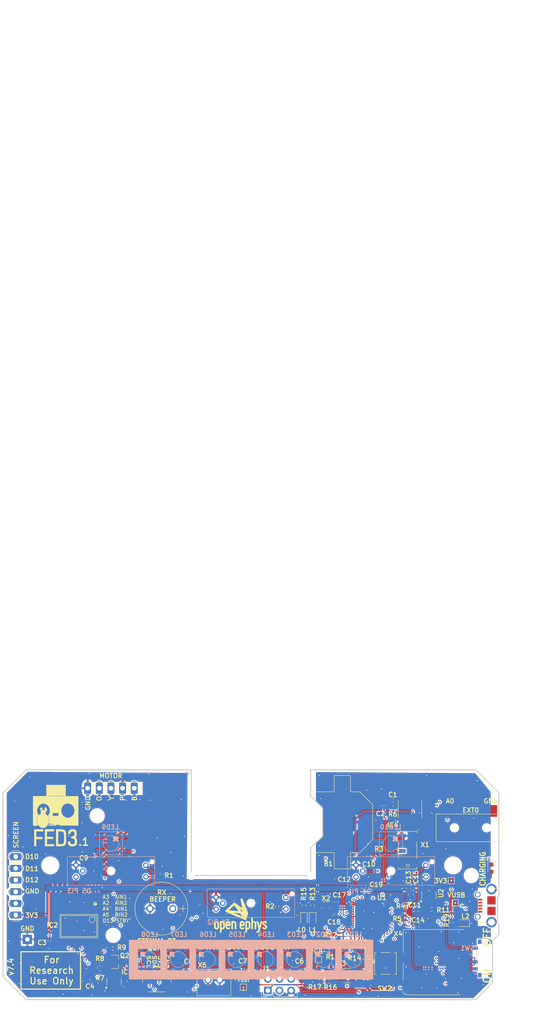
<source format=kicad_pcb>
(kicad_pcb (version 20241229) (generator "pcbnew") (generator_version "9.0")
  (layers (0 "F.Cu" signal) (4 "In1.Cu" signal) (6 "In2.Cu" signal) (2 "B.Cu" signal) (13 "F.Paste" user) (15 "B.Paste" user) (5 "F.SilkS" user "F.Silkscreen") (7 "B.SilkS" user "B.Silkscreen") (1 "F.Mask" user) (3 "B.Mask" user) (25 "Edge.Cuts" user))
  (net 0 "")
  (net 1 "GND")
  (net 2 "Net-(IC4-VDD)")
  (net 3 "Net-(U1-VDDCORE)")
  (net 4 "+3V3")
  (net 5 "/IOs Interface/VCCNEO")
  (net 6 "Net-(U1-PA00{slash}EINT0{slash}SERCOM1.0)")
  (net 7 "Net-(U1-PA01{slash}EINT1{slash}SERCOM1.1)")
  (net 9 "/EN")
  (net 10 "/BLUE")
  (net 11 "/ORANGE")
  (net 12 "/PINK")
  (net 13 "/YELLOW")
  (net 14 "Net-(IC4-XI)")
  (net 15 "Net-(IC4-XO)")
  (net 16 "Net-(LED1-DI)")
  (net 17 "Net-(LED1-DO)")
  (net 18 "Net-(LED2-DO)")
  (net 19 "Net-(LED3-DO)")
  (net 20 "Net-(LED5-DO)")
  (net 21 "Net-(LED6-DO)")
  (net 22 "Net-(LED7-DO)")
  (net 23 "Net-(LED8-DO)")
  (net 24 "Net-(LED10-DI)")
  (net 25 "/controler stage/SCL")
  (net 26 "Net-(PI1-Pad2)")
  (net 27 "Net-(PI2-Pad2)")
  (net 28 "Net-(PI3-Pad2)")
  (net 29 "Net-(CHG0-K)")
  (net 30 "Net-(U3-STAT)")
  (net 31 "Net-(U3-PROG)")
  (net 32 "Net-(L1-K)")
  (net 33 "/controler stage/SDA")
  (net 34 "/controler stage/~{RESET}")
  (net 48 "VUSB")
  (net 51 "Net-(L0-K)")
  (net 55 "RX")
  (net 56 "A0")
  (net 57 "TX")
  (net 58 "D6")
  (net 59 "D5")
  (net 60 "D13")
  (net 61 "Net-(IC1-P$4)")
  (net 62 "A1")
  (net 63 "Net-(LED4-DO)")
  (net 65 "/controler stage/D10")
  (net 66 "/controler stage/AREF")
  (net 67 "/controler stage/SQW")
  (net 68 "D8")
  (net 69 "/controler stage/D11")
  (net 70 "/controler stage/SWCLK")
  (net 71 "/controler stage/SWDIO")
  (net 72 "/controler stage/D12")
  (net 73 "/controler stage/SD_CS")
  (net 74 "/controler stage/D7")
  (net 75 "D+")
  (net 77 "D-")
  (net 78 "/controler stage/SCK")
  (net 79 "/controler stage/MISO")
  (net 80 "A2")
  (net 81 "A5")
  (net 82 "A4")
  (net 83 "A3")
  (net 84 "D9")
  (net 87 "Net-(IC4-VBAT)")
  (net 95 "Net-(L2-A)")
  (net 96 "VBat")
  (net 98 "/controler stage/MOSI")
  (footprint "Button_Switch_SMD:SW_SPST_TL3305B" (layer "F.Cu") (at 177.8 122.125 -90)
    (property "Reference" "SW2")
    (property "Value" "SPST_TACT-KMR2")
  )
  (footprint "Resistor_SMD:R_0402_1005Metric" (layer "F.Cu") (at 165.575168 126.05)
    (property "Reference" "R16")
    (property "Value" "100k 0.1%")
  )
  (footprint "FED3_PCBLib:1X06" (layer "F.Cu") (at 97.2511 105.2536 -90)
    (property "Reference" "SCREEN0" (hide yes))
    (property "Value" "PINHD-1X6")
  )
  (footprint "TestPoint:TestPoint_Pad_1.0x1.0mm" (layer "F.Cu") (at 193 108.95 90)
    (property "Reference" "TP4" (hide yes))
    (property "Value" "VUSB")
  )
  (footprint "Capacitor_SMD:C_0402_1005Metric" (layer "F.Cu") (at 167.11 111.3875 -90)
    (property "Reference" "C18")
    (property "Value" "22pF")
  )
  (footprint "Capacitor_SMD:C_0402_1005Metric" (layer "F.Cu") (at 167.1 108.7725 90)
    (property "Reference" "C17")
    (property "Value" "22pF")
  )
  (footprint "Resistor_SMD:R_0402_1005Metric" (layer "F.Cu") (at 165.95 122.45 -90)
    (property "Reference" "R10")
    (property "Value" "1k")
  )
  (footprint "Crystal:Crystal_SMD_MicroCrystal_CC8V-T1A-2Pin_2.0x1.2mm" (layer "F.Cu") (at 164.87 110.0975 -90)
    (property "Reference" "X2")
    (property "Value" "uXtal")
  )
  (footprint "Resistor_SMD:R_0402_1005Metric" (layer "F.Cu") (at 179.52 88.3)
    (property "Reference" "R6")
    (property "Value" "1k")
  )
  (footprint "Resistor_SMD:R_0402_1005Metric" (layer "F.Cu") (at 171.1 122.1 180)
    (property "Reference" "R14")
    (property "Value" "2k2")
  )
  (footprint "Capacitor_SMD:C_0402_1005Metric" (layer "F.Cu") (at 174.1555 98.8124 90)
    (property "Reference" "C10")
    (property "Value" "1uF")
  )
  (footprint "Resistor_SMD:R_0402_1005Metric" (layer "F.Cu") (at 163.377668 126.05 180)
    (property "Reference" "R17")
    (property "Value" "100k 0.1%")
  )
  (footprint "Capacitor_SMD:C_0402_1005Metric" (layer "F.Cu") (at 179.5 86.6 180)
    (property "Reference" "C1")
    (property "Value" "10µF")
  )
  (footprint "FED3_PCBLib:CR1220" (layer "F.Cu") (at 168.4151 91.3956 90)
    (property "Reference" "B1")
    (property "Value" "CR1220")
  )
  (footprint "FED3_PCBLib:oe logo" (layer "F.Cu") (at 146.25 111.7)
    (property "Reference" "G***" (hide yes))
    (property "Value" "LOGO" (hide yes))
  )
  (footprint "LED_SMD:LED_0603_1608Metric" (layer "F.Cu") (at 194.635 113.36 180)
    (property "Reference" "L2")
    (property "Value" "DNP")
  )
  (footprint "LED_SMD:LED_0603_1608Metric" (layer "F.Cu") (at 161.94 112.52 -90)
    (property "Reference" "L1")
    (property "Value" "GREEN")
  )
  (footprint "Resistor_SMD:R_0402_1005Metric" (layer "F.Cu") (at 181.9 113.2 -90)
    (property "Reference" "R5")
    (property "Value" "4k7")
  )
  (footprint "Capacitor_SMD:C_0402_1005Metric" (layer "F.Cu") (at 134.5 123.3 90)
    (property "Reference" "C8")
    (property "Value" "1uF")
  )
  (footprint "FED3_PCBLib:TSMT3" (layer "F.Cu") (at 118.85 121.7625 -90)
    (property "Reference" "Q2")
    (property "Value" "DMP2035U-7")
  )
  (footprint "Connector_PinHeader_2.54mm:PinHeader_2x03_P2.54mm_Vertical" (layer "F.Cu") (at 152.175 128.015 90)
    (property "Reference" "J1")
    (property "Value" "Conn_02x03_Odd_Even")
  )
  (footprint "Capacitor_SMD:C_0402_1005Metric" (layer "F.Cu") (at 159.95 123.25 90)
    (property "Reference" "C6")
    (property "Value" "1uF")
  )
  (footprint "Capacitor_SMD:C_0402_1005Metric" (layer "F.Cu") (at 104.6 117.2 -90)
    (property "Reference" "C3")
    (property "Value" "10µF")
  )
  (footprint "Resistor_SMD:R_0402_1005Metric" (layer "F.Cu") (at 167.67 116.025 90)
    (property "Reference" "R12")
    (property "Value" "330R")
  )
  (footprint "FED3_PCBLib:SSOP24" (layer "F.Cu") (at 111.0111 114.0016 180)
    (property "Reference" "IC2")
    (property "Value" "TB6612FNG")
  )
  (footprint "Package_TO_SOT_SMD:SOT-23-5" (layer "F.Cu") (at 169.45 124.75)
    (property "Reference" "U3")
    (property "Value" "MCP73831T")
  )
  (footprint "FED3_PCBLib:CRYSTAL_8X3.8" (layer "F.Cu") (at 182.6391 97.4916 -90)
    (property "Reference" "X1")
    (property "Value" "ClockXtal")
  )
  (footprint "Resistor_SMD:R_0402_1005Metric" (layer "F.Cu") (at 115.6 122.3)
    (property "Reference" "R8")
    (property "Value" "4k7")
  )
  (footprint "Package_TO_SOT_SMD:SOT-23-5" (layer "F.Cu") (at 118.7 126.1 90)
    (property "Reference" "IC1")
    (property "Value" "MC74VHC1GT125")
  )
  (footprint "Capacitor_SMD:C_0402_1005Metric" (layer "F.Cu") (at 173.88 105.5875 90)
    (property "Reference" "C19")
    (property "Value" "1uF")
  )
  (footprint "FED3_PCBLib:MICROSD" (layer "F.Cu") (at 181.77 128.9 90)
    (property "Reference" "X4")
    (property "Value" "microsd")
  )
  (footprint "" (layer "F.Cu") (at 196.5011 103.0036)
    (property "Reference" "@HOLE1" (hide yes))
    (property "Value" "")
  )
  (footprint "Resistor_SMD:R_0402_1005Metric" (layer "F.Cu") (at 160.08 109.52 90)
    (property "Reference" "R15")
    (property "Value" "10k")
  )
  (footprint "Resistor_SMD:R_0402_1005Metric" (layer "F.Cu") (at 187.9 110.4)
    (property "Reference" "R11")
    (property "Value" "100k 0.1%")
  )
  (footprint "TestPoint:TestPoint_Pad_1.0x1.0mm" (layer "F.Cu") (at 163.2 121.266)
    (property "Reference" "TP2" (hide yes))
    (property "Value" "VccNEO" (hide yes))
  )
  (footprint "LED_SMD:LED_0603_1608Metric" (layer "F.Cu") (at 160.05 112.52 -90)
    (property "Reference" "L0")
    (property "Value" "RED")
  )
  (footprint "Package_SO:SO-8_3.9x4.9mm_P1.27mm" (layer "F.Cu") (at 183.1471 88.6016 90)
    (property "Reference" "IC4")
    (property "Value" "RTC PCF8523T")
  )
  (footprint "Capacitor_SMD:C_0402_1005Metric" (layer "F.Cu") (at 184.625 105.75 90)
    (property "Reference" "C15")
    (property "Value" "1uF")
  )
  (footprint "Capacitor_SMD:C_0402_1005Metric" (layer "F.Cu") (at 146.7 123.3 90)
    (property "Reference" "C7")
    (property "Value" "1uF")
  )
  (footprint "" (layer "F.Cu") (at 161.5011 103.0036)
    (property "Reference" "@HOLE2" (hide yes))
    (property "Value" "")
  )
  (footprint "Connector_JST:JST_SH_BM04B-SRSS-TB_1x04-1MP_P1.00mm_Vertical" (layer "F.Cu") (at 128 126.3 180)
    (property "Reference" "AUX_I2C0" (hide yes))
    (property "Value" "TBD")
  )
  (footprint "Capacitor_SMD:C_0402_1005Metric" (layer "F.Cu") (at 113.425 125.95 180)
    (property "Reference" "C4")
    (property "Value" "10µF")
  )
  (footprint "Capacitor_SMD:C_0402_1005Metric" (layer "F.Cu") (at 169.88 105.5875 90)
    (property "Reference" "C12")
    (property "Value" "1uF")
  )
  (footprint "" (layer "F.Cu") (at 212.55 100.55)
    (property "Reference" "")
    (property "Value" "")
  )
  (footprint "Resistor_SMD:R_0402_1005Metric" (layer "F.Cu") (at 161.94 109.52 90)
    (property "Reference" "R13")
    (property "Value" "2k2")
  )
  (footprint "TestPoint:TestPoint_Pad_1.0x1.0mm" (layer "F.Cu") (at 192.15 104.1 90)
    (property "Reference" "TP1" (hide yes))
    (property "Value" "3V3")
  )
  (footprint "FED3_PCBLib:TQFN48_7MM" (layer "F.Cu") (at 173.85 112.6375 -90)
    (property "Reference" "U1")
    (property "Value" "ATSAMD21G18A")
  )
  (footprint "" (layer "F.Cu") (at 135.5011 103.0036)
    (property "Reference" "@HOLE2" (hide yes))
    (property "Value" "")
  )
  (footprint "Capacitor_SMD:C_0402_1005Metric" (layer "F.Cu") (at 177.5 87.8 90)
    (property "Reference" "C2")
    (property "Value" "10µF")
  )
  (footprint "Resistor_SMD:R_0402_1005Metric" (layer "F.Cu") (at 192.23 113.19 -90)
    (property "Reference" "R19")
    (property "Value" "DNP")
  )
  (footprint "Capacitor_SMD:C_0402_1005Metric" (layer "F.Cu") (at 185.1 113.85)
    (property "Reference" "C14")
    (property "Value" "10µF")
  )
  (footprint "FED3_PCBLib:JST-XH-02-PACKAGE-ROUND-PAD" (layer "F.Cu") (at 140.4243 125.7364 180)
    (property "Reference" "X5")
    (property "Value" "JST-XH-02")
  )
  (footprint "Capacitor_SMD:C_0402_1005Metric" (layer "F.Cu") (at 182.825 105.8 90)
    (property "Reference" "C13")
    (property "Value" "10µF")
  )
  (footprint "Resistor_SMD:R_0402_1005Metric" (layer "F.Cu") (at 181.85 111.2 -90)
    (property "Reference" "R4")
    (property "Value" "4k7")
  )
  (footprint "FED3_PCBLib:ZX62D-B-5P8" (layer "F.Cu") (at 200.9 109.55 90)
    (property "Reference" "USB0" (hide yes))
    (property "Value" "USB_MICRO_B")
  )
  (footprint "Resistor_SMD:R_0402_1005Metric" (layer "F.Cu") (at 118.39 118.87)
    (property "Reference" "R9")
    (property "Value" "34k")
  )
  (footprint "" (layer "F.Cu") (at 118.5011 116.0036)
    (property "Reference" "@HOLE6" (hide yes))
    (property "Value" "")
  )
  (footprint "Resistor_SMD:R_0402_1005Metric" (layer "F.Cu") (at 129.1 102.7 90)
    (property "Reference" "R1")
    (property "Value" "1k")
  )
  (footprint "Resistor_SMD:R_0402_1005Metric" (layer "F.Cu") (at 176.3091 98.8436 90)
    (property "Reference" "R3")
    (property "Value" "1k")
  )
  (footprint "Capacitor_SMD:C_0402_1005Metric" (layer "F.Cu") (at 185.05 110.45 180)
    (property "Reference" "C11")
    (property "Value" "10µF")
  )
  (footprint "TestPoint:TestPoint_THTPad_2.0x2.0mm_Drill1.0mm" (layer "F.Cu") (at 99.8 116.9 90)
    (property "Reference" "TP5" (hide yes))
    (property "Value" "GND")
  )
  (footprint "" (layer "F.Cu") (at 104.7881 100.7936)
    (property "Reference" "@HOLE5" (hide yes))
    (property "Value" "")
  )
  (footprint "FED3_PCBLib:Buzzer" (layer "F.Cu") (at 128.9846 110.18 180)
    (property "Reference" "BZ1" (hide yes))
    (property "Value" "Buzzer")
  )
  (footprint "FED3_PCBLib:1X05" (layer "F.Cu") (at 118.0011 84.0036)
    (property "Reference" "MOTOR0" (hide yes))
    (property "Value" "PINHD-1X5")
  )
  (footprint "Capacitor_SMD:C_0402_1005Metric" (layer "F.Cu") (at 165.615168 124.7 180)
    (property "Reference" "C16")
    (property "Value" "10µF")
  )
  (footprint "TestPoint:TestPoint_Pad_1.0x1.0mm" (layer "F.Cu") (at 146.85 127.3 90)
    (property "Reference" "TP3" (hide yes))
    (property "Value" "VBat")
  )
  (footprint "Capacitor_SMD:C_0402_1005Metric" (layer "F.Cu") (at 173.5 123.4 90)
    (property "Reference" "C5")
    (property "Value" "1uF")
  )
  (footprint "Resistor_SMD:R_0402_1005Metric" (layer "F.Cu") (at 154.2 109.7 90)
    (property "Reference" "R2")
    (property "Value" "1k")
  )
  (footprint "Capacitor_SMD:C_0402_1005Metric" (layer "F.Cu") (at 113.6 99.1 -90)
    (property "Reference" "C9")
    (property "Value" "1uF")
  )
  (footprint "Resistor_SMD:R_0402_1005Metric" (layer "F.Cu") (at 115.6 124.15 180)
    (property "Reference" "R7")
    (property "Value" "DNP")
  )
  (footprint "FED3_PCBLib:35RASMT2BHNTRX" (layer "F.Cu") (at 199.8443 92.6148 180)
    (property "Reference" "EXT0")
    (property "Value" "STEREO_JACK" (hide yes))
  )
  (footprint "Package_TO_SOT_SMD:SOT-23-5" (layer "F.Cu") (at 187.3 107.3 90)
    (property "Reference" "U2")
    (property "Value" "MIC5504-3.3")
  )
  (footprint "" (layer "F.Cu") (at 115.0011 90.0036)
    (property "Reference" "@HOLE0" (hide yes))
    (property "Value" "")
  )
  (footprint "LED_SMD:LED_0603_1608Metric" (layer "F.Cu") (at 200.85 101.4 -90)
    (property "Reference" "CHG0" (hide yes))
    (property "Value" "RED")
  )
  (footprint "FED3_PCBLib:FED_logo" (layer "F.Cu") (at 105.8 90)
    (property "Reference" "G***" (hide yes))
    (property "Value" "LOGO" (hide yes))
  )
  (footprint "FED3_PCBLib:WS2812B" (layer "B.Cu") (at 179.0011 96.0004 180)
    (property "Reference" "LED10")
    (property "Value" "RGBLed" (hide yes))
  )
  (footprint "FED3_PCBLib:WS2812B" (layer "B.Cu") (at 151.7019 121.266 -90)
    (property "Reference" "LED4")
    (property "Value" "RGBLed" (hide yes))
  )
  (footprint "FED3_PCBLib:SSSS811101" (layer "B.Cu") (at 199.45 121.05 -90)
    (property "Reference" "SW1")
    (property "Value" "Sw")
  )
  (footprint "FED3_PCBLib:WS2812B" (layer "B.Cu") (at 118.0011 96.0004 180)
    (property "Reference" "LED9")
    (property "Value" "RGBLed" (hide yes))
  )
  (footprint "FED3_PCBLib:WS2812B" (layer "B.Cu") (at 126.3019 121.266 -90)
    (property "Reference" "LED8")
    (property "Value" "RGBLed" (hide yes))
  )
  (footprint "FED3_PCBLib:WS2812B" (layer "B.Cu") (at 158.0519 121.266 -90)
    (property "Reference" "LED3")
    (property "Value" "RGBLed" (hide yes))
  )
  (footprint "FED3_PCBLib:WS2812B" (layer "B.Cu") (at 170.7519 121.266 -90)
    (property "Reference" "LED1")
    (property "Value" "RGBLed" (hide yes))
  )
  (footprint "FED3_PCBLib:GP1A57HR" (layer "B.Cu") (at 118.0011 102.0036 180)
    (property "Reference" "PI3" (hide yes))
    (property "Value" "GP1A57HR" (hide yes))
  )
  (footprint "FED3_PCBLib:GP1A57HR" (layer "B.Cu") (at 179.0011 102.0036 180)
    (property "Reference" "PI1" (hide yes))
    (property "Value" "GP1A57HR" (hide yes))
  )
  (footprint "FED3_PCBLib:GP1A57HR" (layer "B.Cu") (at 148.5011 109.0036 180)
    (property "Reference" "PI2" (hide yes))
    (property "Value" "GP1A57HR" (hide yes))
  )
  (footprint "FED3_PCBLib:WS2812B" (layer "B.Cu") (at 164.4019 121.266 -90)
    (property "Reference" "LED2")
    (property "Value" "RGBLed" (hide yes))
  )
  (footprint "FED3_PCBLib:WS2812B" (layer "B.Cu") (at 139.0019 121.266 -90)
    (property "Reference" "LED6")
    (property "Value" "RGBLed" (hide yes))
  )
  (footprint "FED3_PCBLib:WS2812B" (layer "B.Cu") (at 132.6519 121.266 -90)
    (property "Reference" "LED7")
    (property "Value" "RGBLed" (hide yes))
  )
  (footprint "FED3_PCBLib:WS2812B" (layer "B.Cu") (at 145.3519 121.266 -90)
    (property "Reference" "LED5")
    (property "Value" "RGBLed" (hide yes))
  )
  (gr_circle (center 114.5671 109.1756) (end 114.8211 109.1756) (stroke (width 0.254)) (fill no) (layer "F.SilkS"))
  (gr_line (start 111.367 119.572) (end 111.367 127.7) (stroke (width 0.254)) (layer "F.SilkS"))
  (gr_line (start 98.413 119.572) (end 111.367 119.572) (stroke (width 0.254)) (layer "F.SilkS"))
  (gr_line (start 98.413 127.7) (end 98.413 119.572) (stroke (width 0.254)) (layer "F.SilkS"))
  (gr_line (start 111.367 127.7) (end 98.413 127.7) (stroke (width 0.254)) (layer "F.SilkS"))
  (gr_arc (start 87.48776 74.351613) (mid 87.487765 74.351635) (end 87.48777 74.351657) (stroke (width 0.01)) (layer "F.SilkS"))
  (gr_line (start 156.4136 119.8436) (end 157.0486 120.4786) (stroke (width 0.508)) (layer "B.SilkS"))
  (gr_line (start 137.3636 119.8436) (end 137.9986 120.4786) (stroke (width 0.508)) (layer "B.SilkS"))
  (gr_line (start 169.1136 119.8436) (end 169.7486 119.8436) (stroke (width 0.508)) (layer "B.SilkS"))
  (gr_line (start 162.7636 119.8436) (end 163.3986 120.4786) (stroke (width 0.508)) (layer "B.SilkS"))
  (gr_line (start 169.1136 119.8436) (end 169.7486 120.4786) (stroke (width 0.508)) (layer "B.SilkS"))
  (gr_line (start 162.7636 119.8436) (end 163.3986 119.8436) (stroke (width 0.508)) (layer "B.SilkS"))
  (gr_line (start 124.6636 119.8436) (end 125.2986 120.4786) (stroke (width 0.508)) (layer "B.SilkS"))
  (gr_line (start 119.2915 94.7357) (end 119.2915 95.3707) (stroke (width 0.508)) (layer "B.SilkS"))
  (gr_line (start 180.2515 94.7357) (end 179.6165 95.3707) (stroke (width 0.508)) (layer "B.SilkS"))
  (gr_line (start 156.4136 119.8436) (end 156.4136 120.4786) (stroke (width 0.508)) (layer "B.SilkS"))
  (gr_line (start 143.7136 119.8436) (end 144.3486 120.4786) (stroke (width 0.508)) (layer "B.SilkS"))
  (gr_line (start 131.0136 119.8436) (end 131.0136 120.4786) (stroke (width 0.508)) (layer "B.SilkS"))
  (gr_line (start 137.3636 119.8436) (end 137.3636 120.4786) (stroke (width 0.508)) (layer "B.SilkS"))
  (gr_line (start 150.0636 119.8436) (end 150.6986 120.4786) (stroke (width 0.508)) (layer "B.SilkS"))
  (gr_line (start 180.2515 94.7357) (end 180.2515 95.3707) (stroke (width 0.508)) (layer "B.SilkS"))
  (gr_line (start 131.0136 119.8436) (end 131.6486 120.4786) (stroke (width 0.508)) (layer "B.SilkS"))
  (gr_line (start 169.1136 119.8436) (end 169.1136 120.4786) (stroke (width 0.508)) (layer "B.SilkS"))
  (gr_line (start 119.2915 94.7357) (end 118.6565 95.3707) (stroke (width 0.508)) (layer "B.SilkS"))
  (gr_line (start 137.3636 119.8436) (end 137.9986 119.8436) (stroke (width 0.508)) (layer "B.SilkS"))
  (gr_line (start 143.7136 119.8436) (end 144.3486 119.8436) (stroke (width 0.508)) (layer "B.SilkS"))
  (gr_line (start 156.4136 119.8436) (end 157.0486 119.8436) (stroke (width 0.508)) (layer "B.SilkS"))
  (gr_line (start 162.7636 119.8436) (end 162.7636 120.4786) (stroke (width 0.508)) (layer "B.SilkS"))
  (gr_line (start 150.0636 119.8436) (end 150.0636 120.4786) (stroke (width 0.508)) (layer "B.SilkS"))
  (gr_line (start 124.6636 119.8436) (end 124.6636 120.4786) (stroke (width 0.508)) (layer "B.SilkS"))
  (gr_line (start 119.2915 94.7357) (end 118.6565 94.7357) (stroke (width 0.508)) (layer "B.SilkS"))
  (gr_line (start 150.0636 119.8436) (end 150.6986 119.8436) (stroke (width 0.508)) (layer "B.SilkS"))
  (gr_line (start 131.0136 119.8436) (end 131.6486 119.8436) (stroke (width 0.508)) (layer "B.SilkS"))
  (gr_line (start 143.7136 119.8436) (end 143.7136 120.4786) (stroke (width 0.508)) (layer "B.SilkS"))
  (gr_line (start 124.6636 119.8436) (end 125.2986 119.8436) (stroke (width 0.508)) (layer "B.SilkS"))
  (gr_line (start 180.2515 94.7357) (end 179.6165 94.7357) (stroke (width 0.508)) (layer "B.SilkS"))
  (gr_line (start 201.1011 126.4036) (end 201.1011 117.2036) (stroke (width 0.25)) (layer "Edge.Cuts"))
  (gr_line (start 161.5011 103.0036) (end 135.5011 103.0036) (stroke (width 0.25)) (layer "Edge.Cuts"))
  (gr_line (start 161.5011 80.0036) (end 161.5011 85.7516) (stroke (width 0.25)) (layer "Edge.Cuts"))
  (gr_line (start 161.5011 85.7516) (end 164.0971 88.3476) (stroke (width 0.25)) (layer "Edge.Cuts"))
  (gr_line (start 99.5011 80.0036) (end 94.5011 85.0036) (stroke (width 0.25)) (layer "Edge.Cuts"))
  (gr_line (start 202.2211 107.8836) (end 202.5011 107.6036) (stroke (width 0.25)) (layer "Edge.Cuts"))
  (gr_line (start 202.5011 85.0036) (end 197.5011 80.0036) (stroke (width 0.25)) (layer "Edge.Cuts"))
  (gr_line (start 202.2211 113.3236) (end 202.2211 107.8836) (stroke (width 0.25)) (layer "Edge.Cuts"))
  (gr_line (start 202.5011 107.6036) (end 202.5011 85.0036) (stroke (width 0.25)) (layer "Edge.Cuts"))
  (gr_line (start 161.5011 96.9836) (end 161.5011 103.0036) (stroke (width 0.25)) (layer "Edge.Cuts"))
  (gr_line (start 202.5011 113.6036) (end 202.2211 113.3236) (stroke (width 0.25)) (layer "Edge.Cuts"))
  (gr_line (start 135.5011 103.0036) (end 135.5011 80.0036) (stroke (width 0.25)) (layer "Edge.Cuts"))
  (gr_line (start 94.5011 125.0036) (end 99.5011 130.0036) (stroke (width 0.25)) (layer "Edge.Cuts"))
  (gr_line (start 164.0971 88.3476) (end 164.0971 94.4436) (stroke (width 0.25)) (layer "Edge.Cuts"))
  (gr_line (start 197.5011 130.0036) (end 201.1011 126.4036) (stroke (width 0.25)) (layer "Edge.Cuts"))
  (gr_line (start 197.5011 80.0036) (end 161.5011 80.0036) (stroke (width 0.25)) (layer "Edge.Cuts"))
  (gr_line (start 202.5011 115.8036) (end 202.5011 113.6036) (stroke (width 0.25)) (layer "Edge.Cuts"))
  (gr_line (start 94.5011 85.0036) (end 94.5011 125.0036) (stroke (width 0.25)) (layer "Edge.Cuts"))
  (gr_line (start 99.5011 130.0036) (end 197.5011 130.0036) (stroke (width 0.25)) (layer "Edge.Cuts"))
  (gr_line (start 164.0971 94.4436) (end 161.5011 96.9836) (stroke (width 0.25)) (layer "Edge.Cuts"))
  (gr_line (start 201.1011 117.2036) (end 202.5011 115.8036) (stroke (width 0.25)) (layer "Edge.Cuts"))
  (gr_line (start 135.5011 80.0036) (end 99.5011 80.0036) (stroke (width 0.25)) (layer "Edge.Cuts"))
  (gr_text "SCREEN" (at 97.9 97.19 90) (layer "F.SilkS") (effects (font (size 1 1) (thickness 0.2) (bold yes)) (justify left bottom)))
  (gr_text "BEEPER" (at 126.265 108.745 0) (layer "F.SilkS") (effects (font (size 1 1) (thickness 0.2)) (justify left bottom)))
  (gr_text "SCL" (at 125.75 120.25 270) (layer "F.SilkS") (effects (font (size 0.8 1) (thickness 0.2)) (justify left bottom)))
  (gr_text "Qwiic" (at 127.92 118.82 0) (layer "F.SilkS") (effects (font (size 1 1) (thickness 0.2) (bold yes))))
  (gr_text "Y" (at 118.7 86.734524 90) (layer "F.SilkS") (effects (font (size 1 1) (thickness 0.2)) (justify left bottom)))
  (gr_text "B" (at 123.725 86.877381 90) (layer "F.SilkS") (effects (font (size 1 1) (thickness 0.2)) (justify left bottom)))
  (gr_text "MOTOR" (at 115.35 81.9 0) (layer "F.SilkS") (effects (font (size 1 1) (thickness 0.2) (bold yes)) (justify left bottom)))
  (gr_text "STEMMA QT" (at 127.92 117.29 0) (layer "F.SilkS") (effects (font (size 1 1) (thickness 0.25) (bold yes))))
  (gr_text "D10" (at 99.2 99.475 0) (layer "F.SilkS") (effects (font (size 1 1) (thickness 0.2)) (justify left bottom)))
  (gr_text "ON" (at 200.81 126.6 90) (layer "F.SilkS") (effects (font (size 1.5 1.5) (thickness 0.3)) (justify left bottom)))
  (gr_text "A3  AIN1\nA2  AIN2\nA4  BIN1\nA5  BIN2\nD13 STBY" (at 116.0911 113.2876 0) (layer "F.SilkS") (effects (font (size 0.8 0.8) (thickness 0.13716)) (justify left bottom)))
  (gr_text "GND" (at 199.07 87.39 0) (layer "F.SilkS") (effects (font (size 1 1) (thickness 0.2)) (justify left bottom)))
  (gr_text "GND" (at 99.2 107 0) (layer "F.SilkS") (effects (font (size 1 1) (thickness 0.2)) (justify left bottom)))
  (gr_text "VCC\nRGB" (at 162.66 120.13 0) (layer "F.SilkS") (effects (font (size 1 1) (thickness 0.2) (bold yes)) (justify bottom)))
  (gr_text "For\nResearch\nUse Only" (at 105.0624 126.7754 0) (layer "F.SilkS") (effects (font (size 1.42494 1.42494) (thickness 0.25146)) (justify bottom)))
  (gr_text "GND" (at 113.575 88.925 90) (layer "F.SilkS") (effects (font (size 1 1) (thickness 0.2)) (justify left bottom)))
  (gr_text "A0" (at 190.85 87.37 0) (layer "F.SilkS") (effects (font (size 1 1) (thickness 0.2)) (justify left bottom)))
  (gr_text "CHARGING" (at 199.704163 105.423767 90) (layer "F.SilkS") (effects (font (size 1.2 1) (thickness 0.24) (bold yes)) (justify left bottom)))
  (gr_text "O" (at 116.025 86.925 90) (layer "F.SilkS") (effects (font (size 1 1) (thickness 0.2)) (justify left bottom)))
  (gr_text "3V3" (at 128.25 120.25 270) (layer "F.SilkS") (effects (font (size 0.8 1) (thickness 0.2)) (justify left bottom)))
  (gr_text "RX" (at 127.98 107.25 0) (layer "F.SilkS") (effects (font (size 1 1) (thickness 0.2)) (justify left bottom)))
  (gr_text "P" (at 121.15 86.877381 90) (layer "F.SilkS") (effects (font (size 1 1) (thickness 0.2)) (justify left bottom)))
  (gr_text "www.kravitzlab.com" (at 146.224814 118.32 0) (layer "F.SilkS") (effects (font (size 1.5 1.5) (thickness 0.3) (bold yes))))
  (gr_text "D12" (at 99.2 104.525 0) (layer "F.SilkS") (effects (font (size 1 1) (thickness 0.2)) (justify left bottom)))
  (gr_text "3V3" (at 99.2 112.25 0) (layer "F.SilkS") (effects (font (size 1 1) (thickness 0.2)) (justify left bottom)))
  (gr_text "OFF" (at 200.81 118.62 90) (layer "F.SilkS") (effects (font (size 1.5 1.5) (thickness 0.3)) (justify left bottom)))
  (gr_text "SDA" (at 127 120.25 270) (layer "F.SilkS") (effects (font (size 0.8 1) (thickness 0.2)) (justify left bottom)))
  (gr_text ".1" (at 110.7 96.628 0) (layer "F.SilkS") (effects (font (size 1.64084 1.64084) (thickness 0.28956)) (justify left bottom)))
  (gr_text "GND" (at 129.5 120.1 270) (layer "F.SilkS") (effects (font (size 1 1) (thickness 0.2)) (justify left bottom)))
  (gr_text "v7.4" (at 96.88 124.92 90) (layer "F.SilkS") (effects (font (size 1.20904 1.20904) (thickness 0.241808) (bold yes)) (justify left bottom)))
  (gr_text "D11" (at 99.2 102.1 0) (layer "F.SilkS") (effects (font (size 1 1) (thickness 0.2)) (justify left bottom)))
  (gr_text "D6 PI1" (at 174.8 107.05 0) (layer "B.SilkS") (effects (font (size 1 1) (thickness 0.2)) (justify left bottom mirror)))
  (gr_text "TX PI2" (at 144.025 113.725 0) (layer "B.SilkS") (effects (font (size 1 1) (thickness 0.2)) (justify left bottom mirror)))
  (gr_text "D5 PI3" (at 113.775 106.925 0) (layer "B.SilkS") (effects (font (size 1 1) (thickness 0.2)) (justify left bottom mirror)))
  (segment (start 184.62769 110.39231) (end 184.57 110.45) (width 0.22) (layer "F.Cu") (net 1))
  (segment (start 112.6361 109.2861) (end 112.6361 110.5816) (width 0.3) (layer "F.Cu") (net 1))
  (segment (start 173.6 116.0925) (end 173.62 116.1125) (width 0.22) (layer "F.Cu") (net 1))
  (segment (start 172.437927 114.640889) (end 173.6 114.640889) (width 0.22) (layer "F.Cu") (net 1))
  (segment (start 168.1 108.2825) (end 168.11 108.2725) (width 0.22) (layer "F.Cu") (net 1))
  (segment (start 159.235 108.9725) (end 159.21 108.9475) (width 0.22) (layer "F.Cu") (net 1))
  (segment (start 120.8 127.2375) (end 119.65 127.2375) (width 0.25) (layer "F.Cu") (net 1))
  (segment (start 111.9 126) (end 112.895 126) (width 0.25) (layer "F.Cu") (net 1))
  (segment (start 170.4325 111.925) (end 171.553333 111.925) (width 0.22) (layer "F.Cu") (net 1))
  (segment (start 109 108.7) (end 109.3861 109.0861) (width 0.3) (layer "F.Cu") (net 1))
  (segment (start 162.867668 126.05) (end 162 126.05) (width 0.25) (layer "F.Cu") (net 1))
  (segment (start 166.643514 111.993514) (end 166.983986 111.993514) (width 0.22) (layer "F.Cu") (net 1))
  (segment (start 175.2518 111.062165) (end 175.254753 111.062165) (width 0.22) (layer "F.Cu") (net 1))
  (segment (start 173.6 114.640889) (end 173.6 116.0925) (width 0.22) (layer "F.Cu") (net 1))
  (segment (start 173 121.25) (end 173.04 121.29) (width 0.22) (layer "F.Cu") (net 1))
  (segment (start 187.3 108.3) (end 187.35 108.35) (width 0.35) (layer "F.Cu") (net 1))
  (segment (start 187.3 106.3) (end 187.3 108.3) (width 0.35) (layer "F.Cu") (net 1))
  (segment (start 167.11 106.9725) (end 167.11 108.2825) (width 0.22) (layer "F.Cu") (net 1))
  (segment (start 112.225 108.875) (end 112.6361 109.2861) (width 0.3) (layer "F.Cu") (net 1))
  (segment (start 171.553333 111.925) (end 171.57 111.908333) (width 0.22) (layer "F.Cu") (net 1))
  (segment (start 130.716405 125.548435) (end 129.548435 125.548435) (width 0.22) (layer "F.Cu") (net 1))
  (segment (start 190.907836 125.407836) (end 191.367332 125.407836) (width 0.25) (layer "F.Cu") (net 1))
  (segment (start 175.926918 110.39) (end 177.31 110.39) (width 0.22) (layer "F.Cu") (net 1))
  (segment (start 129.548435 125.548435) (end 129.5 125.5) (width 0.22) (layer "F.Cu") (net 1))
  (segment (start 174.12 110.40472) (end 174.12 109.2) (width 0.22) (layer "F.Cu") (net 1))
  (segment (start 109.3861 109.0861) (end 109.3861 110.5816) (width 0.3) (layer "F.Cu") (net 1))
  (segment (start 129.5 125.5) (end 129.5 124.975) (width 0.22) (layer "F.Cu") (net 1))
  (segment (start 160.06 108.9725) (end 159.235 108.9725) (width 0.22) (layer "F.Cu") (net 1))
  (segment (start 195.4225 113.36) (end 196.53 113.36) (width 0.22) (layer "F.Cu") (net 1))
  (segment (start 175.254753 111.062165) (end 175.926918 110.39) (width 0.22) (layer "F.Cu") (net 1))
  (segment (start 117.71 118.7) (end 117.88 118.87) (width 0.22) (layer "F.Cu") (net 1))
  (segment (start 166.3 111.65) (end 166.643514 111.993514) (width 0.22) (layer "F.Cu") (net 1))
  (segment (start 161 108.9225) (end 161.97 108.9225) (width 0.22) (layer "F.Cu") (net 1))
  (segment (start 162 126.05) (end 161.95 126.1) (width 0.25) (layer "F.Cu") (net 1))
  (segment (start 165.785 106.9725) (end 167.11 106.9725) (width 0.22) (layer "F.Cu") (net 1))
  (segment (start 190.9 125.4) (end 194.325 125.4) (width 0.25) (layer "F.Cu") (net 1))
  (segment (start 184.62769 109.543265) (end 184.62769 110.39231) (width 0.22) (layer "F.Cu") (net 1))
  (segment (start 194.325 125.4) (end 194.35 125.375) (width 0.25) (layer "F.Cu") (net 1))
  (segment (start 115.05 122.45) (end 115.2 122.3) (width 0.25) (layer "F.Cu") (net 1))
  (segment (start 104.6 117.68) (end 104.6 118.9) (width 0.25) (layer "F.Cu") (net 1))
  (segment (start 115.05 123.1) (end 115.05 122.45) (width 0.25) (layer "F.Cu") (net 1))
  (segment (start 167.11 108.2825) (end 168.1 108.2825) (width 0.22) (layer "F.Cu") (net 1))
  (segment (start 195.31 128.5) (end 193.6 128.5) (width 0.22) (layer "F.Cu") (net 1))
  (segment (start 190.9 125.4) (end 190.907836 125.407836) (width 0.25) (layer "F.Cu") (net 1))
  (segment (start 117.05 118.7) (end 117.71 118.7) (width 0.22) (layer "F.Cu") (net 1))
  (via (at 197.0345 90.526) (size 0.55) (drill 0.21) (layers "F.Cu" "B.Cu") (net 1))
  (via (at 181.7 104.15) (size 0.55) (drill 0.21) (layers "F.Cu" "B.Cu") (net 1))
  (via (at 185.1 118.55) (size 0.55) (drill 0.21) (layers "F.Cu" "B.Cu") (net 1))
  (via (at 163.75 86.25) (size 0.55) (drill 0.21) (layers "F.Cu" "B.Cu") (net 1))
  (via (at 161 108.9225) (size 0.55) (drill 0.21) (layers "F.Cu" "B.Cu") (net 1))
  (via (at 138.025 111.225) (size 0.55) (drill 0.21) (layers "F.Cu" "B.Cu") (net 1))
  (via (at 128.15 122.2) (size 0.55) (drill 0.21) (layers "F.Cu" "B.Cu") (net 1))
  (via (at 117.3 86.6) (size 0.55) (drill 0.21) (layers "F.Cu" "B.Cu") (net 1))
  (via (at 108.825 94.375) (size 0.55) (drill 0.21) (layers "F.Cu" "B.Cu") (net 1))
  (via (at 197.41 124.4) (size 0.55) (drill 0.21) (layers "F.Cu" "B.Cu") (net 1))
  (via (at 178.5 104.7) (size 0.55) (drill 0.21) (layers "F.Cu" "B.Cu") (net 1))
  (via (at 185.7 127.35) (size 0.55) (drill 0.21) (layers "F.Cu" "B.Cu") (net 1))
  (via (at 174.625 126.85) (size 0.55) (drill 0.21) (layers "F.Cu" "B.Cu") (net 1))
  (via (at 110.525 112.9) (size 0.55) (drill 0.21) (layers "F.Cu" "B.Cu") (net 1))
  (via (at 109 108.7) (size 0.55) (drill 0.21) (layers "F.Cu" "B.Cu") (net 1))
  (via (at 187.3 106.3) (size 0.55) (drill 0.21) (layers "F.Cu" "B.Cu") (net 1))
  (via (at 188.975 127.5) (size 0.55) (drill 0.21) (layers "F.Cu" "B.Cu") (net 1))
  (via (at 199.075 126.75) (size 0.55) (drill 0.21) (layers "F.Cu" "B.Cu") (net 1))
  (via (at 161.85 120.805) (size 0.55) (drill 0.21) (layers "F.Cu" "B.Cu") (net 1))
  (via (at 145.3 119.5) (size 0.55) (drill 0.21) (layers "F.Cu" "B.Cu") (net 1))
  (via (at 128.0831 94.833) (size 0.55) (drill 0.21) (layers "F.Cu" "B.Cu") (net 1))
  (via (at 193.75 115.3) (size 0.55) (drill 0.21) (layers "F.Cu" "B.Cu") (net 1))
  (via (at 173.35 118.7) (size 0.55) (drill 0.21) (layers "F.Cu" "B.Cu") (net 1))
  (via (at 174.925 114.575) (size 0.55) (drill 0.21) (layers "F.Cu" "B.Cu") (net 1))
  (via (at 114.3 102) (size 0.55) (drill 0.21) (layers "F.Cu" "B.Cu") (net 1))
  (via (at 155.05 111) (size 0.6) (drill 0.3) (layers "F.Cu" "B.Cu") (net 1))
  (via (at 114.55 112.05) (size 0.55) (drill 0.21) (layers "F.Cu" "B.Cu") (net 1))
  (via (at 112.075 114.975) (size 0.55) (drill 0.21) (layers "F.Cu" "B.Cu") (net 1))
  (via (at 145.1 125.8) (size 0.55) (drill 0.21) (layers "F.Cu" "B.Cu") (net 1))
  (via (at 173.15 114.5) (size 0.55) (drill 0.21) (layers "F.Cu" "B.Cu") (net 1))
  (via (at 160.3 129.05) (size 0.55) (drill 0.21) (layers "F.Cu" "B.Cu") (net 1))
  (via (at 112.225 108.875) (size 0.55) (drill 0.21) (layers "F.Cu" "B.Cu") (net 1))
  (via (at 137.4 120.6) (size 0.55) (drill 0.21) (layers "F.Cu" "B.Cu") (net 1))
  (via (at 187.9 89.425) (size 0.55) (drill 0.21) (layers "F.Cu" "B.Cu") (net 1))
  (via (at 164.5 119.5) (size 0.55) (drill 0.21) (layers "F.Cu" "B.Cu") (net 1))
  (via (at 158.6 115) (size 0.6) (drill 0.3) (layers "F.Cu" "B.Cu") (net 1))
  (via (at 185.25 89.35) (size 0.55) (drill 0.21) (layers "F.Cu" "B.Cu") (net 1))
  (via (at 200.05 115.4) (size 0.55) (drill 0.21) (layers "F.Cu" "B.Cu") (net 1))
  (via (at 97.025 86.825) (size 0.55) (drill 0.21) (layers "F.Cu" "B.Cu") (net 1))
  (via (at 193.6 128.5) (size 0.55) (drill 0.21) (layers "F.Cu" "B.Cu") (net 1))
  (via (at 103.725 88.225) (size 0.55) (drill 0.21) (layers "F.Cu" "B.Cu") (net 1))
  (via (at 177.875 123.125) (size 0.55) (drill 0.21) (layers "F.Cu" "B.Cu") (net 1))
  (via (at 179.9519 91.0294) (size 0.55) (drill 0.21) (layers "F.Cu" "B.Cu") (net 1))
  (via (at 196.7 105.9) (size 0.55) (drill 0.21) (layers "F.Cu" "B.Cu") (net 1))
  (via (at 185.95 98.2) (size 0.55) (drill 0.21) (layers "F.Cu" "B.Cu") (net 1))
  (via (at 177.05 95.825) (size 0.55) (drill 0.21) (layers "F.Cu" "B.Cu") (net 1))
  (via (at 112.675 123.25) (size 0.55) (drill 0.21) (layers "F.Cu" "B.Cu") (net 1))
  (via (at 122 98.75) (size 0.55) (drill 0.21) (layers "F.Cu" "B.Cu") (net 1))
  (via (at 182.275 115.4) (size 0.55) (drill 0.21) (layers "F.Cu" "B.Cu") (net 1))
  (via (at 152.7 108.7) (size 0.55) (drill 0.21) (layers "F.Cu" "B.Cu") (net 1))
  (via (at 133.2831 86.4156) (size 0.55) (drill 0.21) (layers "F.Cu" "B.Cu") (net 1))
  (via (at 175.7355 91.0294) (size 0.55) (drill 0.21) (layers "F.Cu" "B.Cu") (net 1))
  (via (at 143.05 111.4) (size 0.55) (drill 0.21) (layers "F.Cu" "B.Cu") (net 1))
  (via (at 158.55 111.65) (size 0.55) (drill 0.21) (layers "F.Cu" "B.Cu") (net 1))
  (via (at 182.3 122.9) (size 0.55) (drill 0.21) (layers "F.Cu" "B.Cu") (net 1))
  (via (at 103.725 98.3) (size 0.55) (drill 0.21) (layers "F.Cu" "B.Cu") (net 1))
  (via (at 166.7 103.7) (size 0.55) (drill 0.21) (layers "F.Cu" "B.Cu") (net 1))
  (via (at 161.125 122.9) (size 0.55) (drill 0.21) (layers "F.Cu" "B.Cu") (net 1))
  (via (at 98.8153 96.7788) (size 0.55) (drill 0.21) (layers "F.Cu" "B.Cu") (net 1))
  (via (at 105.475 83.975) (size 0.55) (drill 0.21) (layers "F.Cu" "B.Cu") (net 1))
  (via (at 129.175 100.975) (size 0.55) (drill 0.21) (layers "F.Cu" "B.Cu") (net 1))
  (via (at 174 96) (size 0.55) (drill 0.21) (layers "F.Cu" "B.Cu") (net 1))
  (via (at 122.225 112.425) (size 0.55) (drill 0.21) (layers "F.Cu" "B.Cu") (net 1))
  (via (at 113.8 129) (size 0.55) (drill 0.21) (layers "F.Cu" "B.Cu") (net 1))
  (via (at 196.34 120.17) (size 0.55) (drill 0.21) (layers "F.Cu" "B.Cu") (net 1))
  (via (at 125.041765 120.429854) (size 0.55) (drill 0.21) (layers "F.Cu" "B.Cu") (net 1))
  (via (at 169.36 108.9975) (size 0.55) (drill 0.21) (layers "F.Cu" "B.Cu") (net 1))
  (via (at 149.65 120.85) (size 0.55) (drill 0.21) (layers "F.Cu" "B.Cu") (net 1))
  (via (at 194.35 125.375) (size 0.55) (drill 0.21) (layers "F.Cu" "B.Cu") (net 1))
  (via (at 121.6 126) (size 0.55) (drill 0.21) (layers "F.Cu" "B.Cu") (net 1))
  (via (at 126.6 86.6) (size 0.55) (drill 0.21) (layers "F.Cu" "B.Cu") (net 1))
  (via (at 196.1 108.65) (size 0.55) (drill 0.21) (layers "F.Cu" "B.Cu") (net 1))
  (via (at 194.1 107) (size 0.55) (drill 0.21) (layers "F.Cu" "B.Cu") (net 1))
  (via (at 126.25 80.9) (size 0.55) (drill 0.21) (layers "F.Cu" "B.Cu") (net 1))
  (via (at 132.5 124.65) (size 0.55) (drill 0.21) (layers "F.Cu" "B.Cu") (net 1))
  (via (at 134.6 80.8) (size 0.55) (drill 0.21) (layers "F.Cu" "B.Cu") (net 1))
  (via (at 110.775 120) (size 0.55) (drill 0.21) (layers "F.Cu" "B.Cu") (net 1))
  (via (at 167.1 122.35) (size 0.55) (drill 0.21) (layers "F.Cu" "B.Cu") (net 1))
  (via (at 133.75 103.05) (size 0.55) (drill 0.21) (layers "F.Cu" "B.Cu") (net 1))
  (via (at 163.4 81.3) (size 0.55) (drill 0.21) (layers "F.Cu" "B.Cu") (net 1))
  (via (at 173.2 110.7) (size 0.55) (drill 0.21) (layers "F.Cu" "B.Cu") (net 1))
  (via (at 196.75 117.7) (size 0.55) (drill 0.21) (layers "F.Cu" "B.Cu") (net 1))
  (via (at 197.7991 82.3516) (size 0.55) (drill 0.21) (layers "F.Cu" "B.Cu") (net 1))
  (via (at 185.8 104.65) (size 0.55) (drill 0.21) (layers "F.Cu" "B.Cu") (net 1))
  (via (at 119.75 99.75) (size 0.55) (drill 0.21) (layers "F.Cu" "B.Cu") (net 1))
  (via (at 159.21 108.9475) (size 0.55) (drill 0.21) (layers "F.Cu" "B.Cu") (net 1))
  (via (at 100.2631 81.5896) (size 0.55) (drill 0.21) (layers "F.Cu" "B.Cu") (net 1))
  (via (at 131.025 106.9) (size 0.55) (drill 0.21) (layers "F.Cu" "B.Cu") (net 1))
  (via (at 111.8 97.9) (size 0.55) (drill 0.21) (layers "F.Cu" "B.Cu") (net 1))
  (via (at 113.325 80.8) (size 0.55) (drill 0.21) (layers "F.Cu" "B.Cu") (net 1))
  (via (at 191 97.2) (size 0.55) (drill 0.21) (layers "F.Cu" "B.Cu") (net 1))
  (via (at 111.9 126) (size 0.55) (drill 0.21) (layers "F.Cu" "B.Cu") (net 1))
  (via (at 131 98) (size 0.55) (drill 0.21) (layers "F.Cu" "B.Cu") (net 1))
  (via (at 161.95 126.1) (size 0.55) (drill 0.21) (layers "F.Cu" "B.Cu") (net 1))
  (via (at 189.4 119.55) (size 0.55) (drill 0.21) (layers "F.Cu" "B.Cu") (net 1))
  (via (at 152.025 119.475) (size 0.55) (drill 0.21) (layers "F.Cu" "B.Cu") (net 1))
  (via (at 196.53 113.36) (size 0.55) (drill 0.21) (layers "F.Cu" "B.Cu") (net 1))
  (via (at 166.3 111.65) (size 0.55) (drill 0.21) (layers "F.Cu" "B.Cu") (net 1))
  (via (at 99.55 105.45) (size 0.55) (drill 0.21) (layers "F.Cu" "B.Cu") (net 1))
  (via (at 124.3 86.4) (size 0.55) (drill 0.21) (layers "F.Cu" "B.Cu") (net 1))
  (via (at 137.3953 109.2458) (size 0.55) (drill 0.21) (layers "F.Cu" "B.Cu") (net 1))
  (via (at 95.7139 117.2214) (size 0.55) (drill 0.21) (layers "F.Cu" "B.Cu") (net 1))
  (via (at 115.2 126.35) (size 0.55) (drill 0.21) (layers "F.Cu" "B.Cu") (net 1))
  (via (at 132.5 119.6) (size 0.55) (drill 0.21) (layers "F.Cu" "B.Cu") (net 1))
  (via (at 155.075 122.9) (size 0.55) (drill 0.21) (layers "F.Cu" "B.Cu") (net 1))
  (via (at 119.4 108.4) (size 0.55) (drill 0.21) (layers "F.Cu" "B.Cu") (net 1))
  (via (at 186.8 81.3) (size 0.55) (drill 0.21) (layers "F.Cu" "B.Cu") (net 1))
  (via (at 178.925 107.2) (size 0.55) (drill 0.21) (layers "F.Cu" "B.Cu") (net 1))
  (via (at 116.7 128.1) (size 0.55) (drill 0.21) (layers "F.Cu" "B.Cu") (net 1))
  (via (at 144.7 122.25) (size 0.55) (drill 0.21) (layers "F.Cu" "B.Cu") (net 1))
  (via (at 148.55 129.125) (size 0.55) (drill 0.21) (layers "F.Cu" "B.Cu") (net 1))
  (via (at 165.785 106.9725) (size 0.55) (drill 0.21) (layers "F.Cu" "B.Cu") (net 1))
  (via (at 133.05 111.55) (size 0.55) (drill 0.21) (layers "F.Cu" "B.Cu") (net 1))
  (via (at 105.4 122.8) (size 0.55) (drill 0.21) (layers "F.Cu" "B.Cu") (net 1))
  (via (at 141.875 122.5) (size 0.55) (drill 0.21) (layers "F.Cu" "B.Cu") (net 1))
  (via (at 154.925 119.475) (size 0.55) (drill 0.21) (layers "F.Cu" "B.Cu") (net 1))
  (via (at 107.6 128.8) (size 0.55) (drill 0.21) (layers "F.Cu" "B.Cu") (net 1))
  (via (at 193.8 121.05) (size 0.55) (drill 0.21) (layers "F.Cu" "B.Cu") (net 1))
  (via (at 129.4 114.7) (size 0.55) (drill 0.21) (layers "F.Cu" "B.Cu") (net 1))
  (via (at 174.15 103.275) (size 0.55) (drill 0.21) (layers "F.Cu" "B.Cu") (net 1))
  (via (at 187.15 112.35) (size 0.55) (drill 0.21) (layers "F.Cu" "B.Cu") (net 1))
  (via (at 176.25 129.2) (size 0.55) (drill 0.21) (layers "F.Cu" "B.Cu") (net 1))
  (via (at 144.7613 108.5092) (size 0.55) (drill 0.21) (layers "F.Cu" "B.Cu") (net 1))
  (via (at 108 112.3) (size 0.55) (drill 0.21) (layers "F.Cu" "B.Cu") (net 1))
  (via (at 104.6 118.9) (size 0.55) (drill 0.21) (layers "F.Cu" "B.Cu") (net 1))
  (via (at 122.1 107.9) (size 0.55) (drill 0.21) (layers "F.Cu" "B.Cu") (net 1))
  (via (at 111.6931 87.0506) (size 0.55) (drill 0.21) (layers "F.Cu" "B.Cu") (net 1))
  (via (at 186.7 124.45) (size 0.55) (drill 0.21) (layers "F.Cu" "B.Cu") (net 1))
  (via (at 120.8 127.2375) (size 0.55) (drill 0.21) (layers "F.Cu" "B.Cu") (net 1))
  (via (at 192.66 117.6) (size 0.55) (drill 0.21) (layers "F.Cu" "B.Cu") (net 1))
  (via (at 101.725 110.225) (size 0.55) (drill 0.21) (layers "F.Cu" "B.Cu") (net 1))
  (via (at 184.62769 109.543265) (size 0.55) (drill 0.21) (layers "F.Cu" "B.Cu") (net 1))
  (via (at 114.4 115.2) (size 0.55) (drill 0.21) (layers "F.Cu" "B.Cu") (net 1))
  (via (at 117.9 109.9) (size 0.55) (drill 0.21) (layers "F.Cu" "B.Cu") (net 1))
  (via (at 189.95 115.2) (size 0.55) (drill 0.21) (layers "F.Cu" "B.Cu") (net 1))
  (via (at 157.55 121.5) (size 0.55) (drill 0.21) (layers "F.Cu" "B.Cu") (net 1))
  (via (at 111.6931 91.4956) (size 0.55) (drill 0.21) (layers "F.Cu" "B.Cu") (net 1))
  (via (at 184.9695 93.1422) (size 0.55) (drill 0.21) (layers "F.Cu" "B.Cu") (net 1))
  (via (at 115.05 123.1) (size 0.55) (drill 0.21) (layers "F.Cu" "B.Cu") (net 1))
  (via (at 134.65 128.355) (size 0.55) (drill 0.21) (layers "F.Cu" "B.Cu") (net 1))
  (via (at 97.9771 126.5476) (size 0.55) (drill 0.21) (layers "F.Cu" "B.Cu") (net 1))
  (via (at 134 94.5) (size 0.55) (drill 0.21) (layers "F.Cu" "B.Cu") (net 1))
  (via (at 117 113.8) (size 0.55) (drill 0.21) (layers "F.Cu" "B.Cu") (net 1))
  (via (at 121.3 86.6) (size 0.55) (drill 0.21) (layers "F.Cu" "B.Cu") (net 1))
  (via (at 109.05 122.525) (size 0.55) (drill 0.21) (layers "F.Cu" "B.Cu") (net 1))
  (via (at 95.6911 94.2896) (size 0.55) (drill 0.21) (layers "F.Cu" "B.Cu") (net 1))
  (via (at 163.5 96.5) (size 0.55) (drill 0.21) (layers "F.Cu" "B.Cu") (net 1))
  (via (at 98.2539 122.0474) (size 0.55) (drill 0.21) (layers "F.Cu" "B.Cu") (net 1))
  (via (at 175.2518 111.062165) (size 0.55) (drill 0.21) (layers "F.Cu" "B.Cu") (net 1))
  (via (at 173 121.25) (size 0.55) (drill 0.21) (layers "F.Cu" "B.Cu") (net 1))
  (via (at 115.95 103.1) (size 0.55) (drill 0.21) (layers "F.Cu" "B.Cu") (net 1))
  (via (at 149.875 125.65) (size 0.55) (drill 0.21) (layers "F.Cu" "B.Cu") (net 1))
  (via (at 130.716405 125.548435) (size 0.55) (drill 0.21) (layers "F.Cu" "B.Cu") (net 1))
  (via (at 176.9039 84.1714) (size 0.55) (drill 0.21) (layers "F.Cu" "B.Cu") (net 1))
  (via (at 173.6919 84.4554) (size 0.55) (drill 0.21) (layers "F.Cu" "B.Cu") (net 1))
  (via (at 117.05 118.7) (size 0.55) (drill 0.21) (layers "F.Cu" "B.Cu") (net 1))
  (via (at 169.4 122.1) (size 0.55) (drill 0.21) (layers "F.Cu" "B.Cu") (net 1))
  (via (at 163.35 98.65) (size 0.55) (drill 0.21) (layers "F.Cu" "B.Cu") (net 1))
  (via (at 190.9 125.4) (size 0.55) (drill 0.21) (layers "F.Cu" "B.Cu") (net 1))
  (via (at 101.475 92.175) (size 0.55) (drill 0.21) (layers "F.Cu" "B.Cu") (net 1))
  (segment (start 197.25 121) (end 197.123303 120.873303) (width 0.25) (layer "B.Cu") (net 1))
  (segment (start 197.123303 120.873303) (end 195.74 120.873303) (width 0.25) (layer "B.Cu") (net 1))
  (segment (start 197.25 122.25) (end 197 122.5) (width 0.25) (layer "B.Cu") (net 1))
  (segment (start 197.25 121.8) (end 197.25 121) (width 0.25) (layer "B.Cu") (net 1))
  (segment (start 197.25 121.8) (end 197.25 122.25) (width 0.25) (layer "B.Cu") (net 1))
  (segment (start 197 122.5) (end 195.75 122.5) (width 0.25) (layer "B.Cu") (net 1))
  (segment (start 181.2421 86.6516) (end 180.0316 86.6516) (width 0.3048) (layer "F.Cu") (net 2))
  (segment (start 180.03 88.3) (end 180.03 86.65) (width 0.22) (layer "F.Cu") (net 2))
  (segment (start 173.6 109.2) (end 173.6 108.6425) (width 0.22) (layer "F.Cu") (net 3))
  (segment (start 173.6 108.6425) (end 173.88 108.3625) (width 0.22) (layer "F.Cu") (net 3))
  (segment (start 173.88 108.3625) (end 173.88 106.0675) (width 0.22) (layer "F.Cu") (net 3))
  (segment (start 172.625 105.775) (end 172.625 106.325) (width 0.25) (layer "F.Cu") (net 4))
  (segment (start 178.2225 109.89) (end 177.34 109.89) (width 0.23) (layer "F.Cu") (net 4))
  (segment (start 184.05 113.85) (end 184.62 113.85) (width 0.22) (layer "F.Cu") (net 4))
  (segment (start 111.9861 117.4216) (end 111.9861 116.0336) (width 0.25) (layer "F.Cu") (net 4))
  (segment (start 181.4 105.8) (end 181.88 106.28) (width 0.23) (layer "F.Cu") (net 4))
  (segment (start 178.9325 109.18) (end 178.2225 109.89) (width 0.23) (layer "F.Cu") (net 4))
  (segment (start 168.005 111.966102) (end 168.428898 112.39) (width 0.25) (layer "F.Cu") (net 4))
  (segment (start 192.23 112.68) (end 192.23 111.945) (width 0.22) (layer "F.Cu") (net 4))
  (segment (start 192.17 104.12) (end 192.17 106.05) (width 0.22) (layer "F.Cu") (net 4))
  (segment (start 115.1 125) (end 115.1 124.545) (width 0.22) (layer "F.Cu") (net 4))
  (segment (start 104.6 116.72) (end 105.68 116.72) (width 0.25) (layer "F.Cu") (net 4))
  (segment (start 105.68 116.72) (end 106.3664 116.0336) (width 0.25) (layer "F.Cu") (net 4))
  (segment (start 183.7 114.2) (end 184.05 113.85) (width 0.22) (layer "F.Cu") (net 4))
  (segment (start 182.347864 113.95) (end 182.107864 113.71) (width 0.22) (layer "F.Cu") (net 4))
  (segment (start 192.81 123.2) (end 190.5 123.2) (width 0.25) (layer "F.Cu") (net 4))
  (segment (start 173.4 117.299813) (end 173.4 117.255) (width 0.22) (layer "F.Cu") (net 4))
  (segment (start 181.85 110.69) (end 181.85 110.3) (width 0.22) (layer "F.Cu") (net 4))
  (segment (start 168.428898 112.39) (end 170.39 112.39) (width 0.25) (layer "F.Cu") (net 4))
  (segment (start 182.95 106.23) (end 186.2825 106.23) (width 0.23) (layer "F.Cu") (net 4))
  (segment (start 182.87 109.18) (end 178.9325 109.18) (width 0.23) (layer "F.Cu") (net 4))
  (segment (start 177.8 90.5) (end 177.5 90.2) (width 0.3) (layer "F.Cu") (net 4))
  (segment (start 192.15 104.1) (end 192.17 104.12) (width 0.22) (layer "F.Cu") (net 4))
  (segment (start 128.5 126.25) (end 128.5 124.975) (width 0.22) (layer "F.Cu") (net 4))
  (segment (start 172.625 106.325) (end 173.4 107.1) (width 0.25) (layer "F.Cu") (net 4))
  (segment (start 183.2 108.25) (end 183.2 108.85) (width 0.23) (layer "F.Cu") (net 4))
  (segment (start 173.12 116.975) (end 173.12 116.1125) (width 0.22) (layer "F.Cu") (net 4))
  (segment (start 181.88 106.28) (end 182.65 106.28) (width 0.23) (layer "F.Cu") (net 4))
  (segment (start 113.9361 116.4186) (end 113.5511 116.0336) (width 0.25) (layer "F.Cu") (net 4))
  (segment (start 182.107864 113.71) (end 181.9 113.71) (width 0.22) (layer "F.Cu") (net 4))
  (segment (start 181.85 110.3) (end 182.25 109.9) (width 0.22) (layer "F.Cu") (net 4))
  (segment (start 108.7361 116.0336) (end 108.7361 117.4216) (width 0.25) (layer "F.Cu") (net 4))
  (segment (start 186.2825 106.23) (end 186.35 106.1625) (width 0.23) (layer "F.Cu") (net 4))
  (segment (start 190.5 123.2) (end 189.6 123.2) (width 0.25) (layer "F.Cu") (net 4))
  (segment (start 173.4 107.1) (end 173.4 108.05) (width 0.25) (layer "F.Cu") (net 4))
  (segment (start 183.2 108.85) (end 182.87 109.18) (width 0.23) (layer "F.Cu") (net 4))
  (segment (start 177.5 90.2) (end 177.5 88.28) (width 0.3) (layer "F.Cu") (net 4))
  (segment (start 173.12 108.33) (end 173.12 109.2375) (width 0.25) (layer "F.Cu") (net 4))
  (segment (start 182.85 113.95) (end 182.347864 113.95) (width 0.22) (layer "F.Cu") (net 4))
  (segment (start 104.65 116) (end 104.65 116.67) (width 0.25) (layer "F.Cu") (net 4))
  (segment (start 177.5 88.28) (end 178.99 88.28) (width 0.3) (layer "F.Cu") (net 4))
  (segment (start 115.09 124.535) (end 115.09 124.15) (width 0.22) (layer "F.Cu") (net 4))
  (segment (start 115.1 124.545) (end 115.09 124.535) (width 0.22) (layer "F.Cu") (net 4))
  (segment (start 106.3664 116.0336) (end 111.9861 116.0336) (width 0.25) (layer "F.Cu") (net 4))
  (segment (start 173.4 108.05) (end 173.12 108.33) (width 0.25) (layer "F.Cu") (net 4))
  (segment (start 182.825 107.125) (end 182.8 107.15) (width 0.23) (layer "F.Cu") (net 4))
  (segment (start 182.825 106.28) (end 182.825 107.125) (width 0.23) (layer "F.Cu") (net 4))
  (segment (start 168.005 111.35) (end 168.005 111.966102) (width 0.25) (layer "F.Cu") (net 4))
  (segment (start 173.4 117.255) (end 173.12 116.975) (width 0.22) (layer "F.Cu") (net 4))
  (segment (start 113.9361 117.4216) (end 113.9361 116.4186) (width 0.25) (layer "F.Cu") (net 4))
  (segment (start 113.5511 116.0336) (end 111.9861 116.0336) (width 0.25) (layer "F.Cu") (net 4))
  (via (at 174.8 106) (size 0.55) (drill 0.21) (layers "F.Cu" "B.Cu") (net 4))
  (via (at 183.9 107.15) (size 0.55) (drill 0.21) (layers "F.Cu" "B.Cu") (net 4))
  (via (at 183.2 108.25) (size 0.55) (drill 0.21) (layers "F.Cu" "B.Cu") (net 4))
  (via (at 116.1 105.655) (size 0.55) (drill 0.21) (layers "F.Cu" "B.Cu") (net 4))
  (via (at 177.8 90.5) (size 0.55) (drill 0.21) (layers "F.Cu" "B.Cu") (net 4))
  (via (at 183.7 114.2) (size 0.55) (drill 0.21) (layers "F.Cu" "B.Cu") (net 4))
  (via (at 181.4 105.8) (size 0.55) (drill 0.21) (layers "F.Cu" "B.Cu") (net 4))
  (via (at 192.23 111.945) (size 0.55) (drill 0.21) (layers "F.Cu" "B.Cu") (net 4))
  (via (at 104.65 116) (size 0.55) (drill 0.21) (layers "F.Cu" "B.Cu") (net 4))
  (via (at 128.5 126.25) (size 0.55) (drill 0.21) (layers "F.Cu" "B.Cu") (net 4))
  (via (at 168.005 111.35) (size 0.55) (drill 0.21) (layers "F.Cu" "B.Cu") (net 4))
  (via (at 182.25 109.9) (size 0.55) (drill 0.21) (layers "F.Cu" "B.Cu") (net 4))
  (via (at 173.4 117.299813) (size 0.55) (drill 0.21) (layers "F.Cu" "B.Cu") (net 4))
  (via (at 192.15 104.1) (size 0.7) (drill 0.3) (layers "F.Cu" "B.Cu") (net 4))
  (via (at 190.525 123.2) (size 0.55) (drill 0.21) (layers "F.Cu" "B.Cu") (net 4))
  (via (at 115.1 125) (size 0.55) (drill 0.21) (layers "F.Cu" "B.Cu") (net 4))
  (via (at 182.85 113.95) (size 0.55) (drill 0.21) (layers "F.Cu" "B.Cu") (net 4))
  (via (at 172.625 105.775) (size 0.55) (drill 0.21) (layers "F.Cu" "B.Cu") (net 4))
  (via (at 135.25 106.1) (size 0.55) (drill 0.21) (layers "F.Cu" "B.Cu") (net 4))
  (via (at 189.625 123.2) (size 0.55) (drill 0.21) (layers "F.Cu" "B.Cu") (net 4))
  (via (at 182.8 107.15) (size 0.55) (drill 0.21) (layers "F.Cu" "B.Cu") (net 4))
  (via (at 183.8 106.23) (size 0.55) (drill 0.21) (layers "F.Cu" "B.Cu") (net 4))
  (via (at 192.17 106.05) (size 0.55) (drill 0.21) (layers "F.Cu" "B.Cu") (net 4))
  (segment (start 156.1 105.5) (end 156.1 107.7625) (width 0.508) (layer "B.Cu") (net 4))
  (segment (start 127.05 102.2125) (end 127.05 105.6) (width 0.508) (layer "B.Cu") (net 4))
  (segment (start 150.925 123.575) (end 151.275 123.225) (width 0.25) (layer "B.Cu") (net 4))
  (segment (start 182.347864 113.95) (end 182.25 113.852136) (width 0.22) (layer "B.Cu") (net 4))
  (segment (start 192.17 106.05) (end 192.23 106.11) (width 0.22) (layer "B.Cu") (net 4))
  (segment (start 110.4311 103.3336) (end 110.4311 105.4) (width 0.3) (layer "B.Cu") (net 4))
  (segment (start 168.005 111.35) (end 168.12 111.235) (width 0.25) (layer "B.Cu") (net 4))
  (segment (start 183.7 114.2) (end 183.7 122.4) (width 0.25) (layer "B.Cu") (net 4))
  (segment (start 182.7 108.25) (end 183.2 108.25) (width 0.22) (layer "B.Cu") (net 4))
  (segment (start 104.65 116) (end 104.7 115.95) (width 0.25) (layer "B.Cu") (net 4))
  (segment (start 177.349 98.616709) (end 177.8 98.165709) (width 0.3) (layer "B.Cu") (net 4))
  (segment (start 182.25 108.5) (end 182.6 108.15) (width 0.22) (layer "B.Cu") (net 4))
  (segment (start 151.275 123.225) (end 151.275 106.175) (width 0.25) (layer "B.Cu") (net 4))
  (segment (start 151.275 106.175) (end 151.65 105.8) (width 0.25) (layer "B.Cu") (net 4))
  (segment (start 171.3175 105.3175) (end 171.3175 103.525) (width 0.254) (layer "B.Cu") (net 4))
  (segment (start 183.8 106.23) (end 183.8 103.5647) (width 0.508) (layer "B.Cu") (net 4))
  (segment (start 104 111.1) (end 103.6 111.5) (width 0.3) (layer "B.Cu") (net 4))
  (segment (start 152.175 125.475) (end 150.925 124.225) (width 0.25) (layer "B.Cu") (net 4))
  (segment (start 103.6 111.5) (end 97.3547 111.5) (width 0.3) (layer "B.Cu") (net 4))
  (segment (start 177.35 105) (end 177.35 99.468582) (width 0.3) (layer "B.Cu") (net 4))
  (segment (start 183.7 108.4) (end 183.55 108.25) (width 0.25) (layer "B.Cu") (net 4))
  (segment (start 177.35 99.468582) (end 177.349 99.467582) (width 0.3) (layer "B.Cu") (net 4))
  (segment (start 183.7 122.4) (end 184.5 123.2) (width 0.25) (layer "B.Cu") (net 4))
  (segment (start 177.8 98.165709) (end 177.8 90.5) (width 0.3) (layer "B.Cu") (net 4))
  (segment (start 104 105.8) (end 104 111.1) (width 0.3) (layer "B.Cu") (net 4))
  (segment (start 168.12 111.235) (end 168.12 105.8) (width 0.25) (layer "B.Cu") (net 4))
  (segment (start 104.7 105.9) (end 104.6 105.8) (width 0.25) (layer "B.Cu") (net 4))
  (segment (start 182.85 113.95) (end 182.347864 113.95) (width 0.22) (layer "B.Cu") (net 4))
  (segment (start 138.8 105.5) (end 138.8 108.5659) (width 0.508) (layer "B.Cu") (net 4))
  (segment (start 171.65 105.65) (end 171.3175 105.3175) (width 0.254) (layer "B.Cu") (net 4))
  (segment (start 182.25 113.852136) (end 182.25 108.5) (width 0.22) (layer "B.Cu") (net 4))
  (segment (start 184.5 123.2) (end 190.5 123.2) (width 0.25) (layer "B.Cu") (net 4))
  (segment (start 183.7 114.2) (end 183.7 108.4) (width 0.25) (layer "B.Cu") (net 4))
  (segment (start 178.15 105.8) (end 177.35 105) (width 0.3) (layer "B.Cu") (net 4))
  (segment (start 192.23 106.11) (end 192.23 111.945) (width 0.22) (layer "B.Cu") (net 4))
  (segment (start 182.6 108.15) (end 182.7 108.25) (width 0.22) (layer "B.Cu") (net 4))
  (segment (start 125.6011 100.7636) (end 127.05 102.2125) (width 0.508) (layer "B.Cu") (net 4))
  (segment (start 183.55 108.25) (end 183.2 108.25) (width 0.25) (layer "B.Cu") (net 4))
  (segment (start 104.7 115.95) (end 104.7 105.9) (width 0.25) (layer "B.Cu") (net 4))
  (segment (start 150.925 124.225) (end 150.925 123.575) (width 0.25) (layer "B.Cu") (net 4))
  (segment (start 177.349 99.467582) (end 177.349 98.616709) (width 0.3) (layer "B.Cu") (net 4))
  (segment (start 183.8 103.5647) (end 186.6011 100.7636) (width 0.508) (layer "B.Cu") (net 4))
  (segment (start 138.8 108.5659) (end 140.5377 110.3036) (width 0.508) (layer "B.Cu") (net 4))
  (segment (start 135.5 123.716) (end 135.5748 123.7908) (width 0.5) (layer "F.Cu") (net 5))
  (segment (start 121.5375 123.25) (end 121.19375 122.90625) (width 0.5) (layer "F.Cu") (net 5))
  (segment (start 135.5748 123.7908) (end 139.3908 123.7908) (width 0.5) (layer "F.Cu") (net 5))
  (segment (start 145.3773 123.7908) (end 145.4027 123.8162) (width 0.5) (layer "F.Cu") (net 5))
  (segment (start 173.668 123.88) (end 173.504 123.716) (width 0.22) (layer "F.Cu") (net 5))
  (segment (start 174.136 123.88) (end 173.668 123.88) (width 0.22) (layer "F.Cu") (net 5))
  (segment (start 114.5 98.62) (end 113.6 98.62) (width 0.5) (layer "F.Cu") (net 5))
  (segment (start 175.2 99.4) (end 175.0924 99.2924) (width 0.4064) (layer "F.Cu") (net 5))
  (segment (start 158.1027 123.8162) (end 152.1591 123.8162) (width 0.5) (layer "F.Cu") (net 5))
  (segment (start 129.5 123.25) (end 121.5375 123.25) (width 0.5) (layer "F.Cu") (net 5))
  (segment (start 163.35 123.8416) (end 164.1 123.8416) (width 0.5) (layer "F.Cu") (net 5))
  (segment (start 130.5 123.25) (end 131.05 123.8) (width 0.5) (layer "F.Cu") (net 5))
  (segment (start 139.3908 123.7908) (end 139.4 123.8) (width 0.5) (layer "F.Cu") (net 5))
  (segment (start 129.5 123.25) (end 130.5 123.25) (width 0.5) (layer "F.Cu") (net 5))
  (segment (start 120.05 121.7625) (end 121.19375 122.90625) (width 0.5) (layer "F.Cu") (net 5))
  (segment (start 139.4 123.8) (end 139.4092 123.7908) (width 0.5) (layer "F.Cu") (net 5))
  (segment (start 163.2 123.6916) (end 163.35 123.8416) (width 0.5) (layer "F.Cu") (net 5))
  (segment (start 175.0924 99.2924) (end 174.1555 99.2924) (width 0.4064) (layer "F.Cu") (net 5))
  (segment (start 145.4027 123.8162) (end 148.0951 123.8162) (width 0.5) (layer "F.Cu") (net 5))
  (segment (start 158.1281 123.8416) (end 158.1027 123.8162) (width 0.5) (layer "F.Cu") (net 5))
  (segment (start 164.1 123.8416) (end 158.1281 123.8416) (width 0.5) (layer "F.Cu") (net 5))
  (segment (start 131.05 123.8) (end 135.416 123.8) (width 0.5) (layer "F.Cu") (net 5))
  (segment (start 135.416 123.8) (end 135.5 123.716) (width 0.5) (layer "F.Cu") (net 5))
  (segment (start 163.2 121.266) (end 163.2 123.6916) (width 0.5) (layer "F.Cu") (net 5))
  (segment (start 174.3 123.716) (end 174.136 123.88) (width 0.22) (layer "F.Cu") (net 5))
  (segment (start 139.4092 123.7908) (end 145.3773 123.7908) (width 0.5) (layer "F.Cu") (net 5))
  (segment (start 152.1591 123.8162) (end 148.0951 123.8162) (width 0.5) (layer "F.Cu") (net 5))
  (via (at 152.1591 123.8162) (size 0.55) (drill 0.21) (layers "F.Cu" "B.Cu") (net 5))
  (via (at 114.5 98.62) (size 0.55) (drill 0.21) (layers "F.Cu" "B.Cu") (net 5))
  (via (at 148.0951 123.8162) (size 0.55) (drill 0.21) (layers "F.Cu" "B.Cu") (net 5))
  (via (at 135.5 123.716) (size 0.55) (drill 0.21) (layers "F.Cu" "B.Cu") (net 5))
  (via (at 139.4 123.8) (size 0.55) (drill 0.21) (layers "F.Cu" "B.Cu") (net 5))
  (via (at 164.1 123.8416) (size 0.55) (drill 0.21) (layers "F.Cu" "B.Cu") (net 5))
  (via (at 121.19375 122.90625) (size 0.55) (drill 0.21) (layers "F.Cu" "B.Cu") (net 5))
  (via (at 129.5 123.25) (size 0.55) (drill 0.21) (layers "F.Cu" "B.Cu") (net 5))
  (via (at 175.2 99.4) (size 0.55) (drill 0.21) (layers "F.Cu" "B.Cu") (net 5))
  (via (at 161.2 123.85) (size 0.55) (drill 0.21) (layers "F.Cu" "B.Cu") (net 5))
  (via (at 174.3 123.716) (size 0.55) (drill 0.21) (layers "F.Cu" "B.Cu") (net 5))
  (segment (start 139.484 123.716) (end 140.6519 123.716) (width 0.5) (layer "B.Cu") (net 5))
  (segment (start 152.5133 123.716) (end 152.1591 123.8162) (width 0.5) (layer "B.Cu") (net 5))
  (segment (start 175.2 99.4) (end 175.2 98.7) (width 0.4064) (layer "B.Cu") (net 5))
  (segment (start 147.9949 123.716) (end 148.0951 123.8162) (width 0.5) (layer "B.Cu") (net 5))
  (segment (start 159.8359 123.85) (end 161.2 123.85) (width 0.4064) (layer "B.Cu") (net 5))
  (segment (start 166.1775 123.8416) (end 167.6359 125.3) (width 0.5) (layer "B.Cu") (net 5))
  (segment (start 114.5 98.62) (end 114.5815 98.62) (width 0.5) (layer "B.Cu") (net 5))
  (segment (start 164.1 123.8416) (end 166.1775 123.8416) (width 0.5) (layer "B.Cu") (net 5))
  (segment (start 171.3 125.3) (end 172.4019 124.1981) (width 0.5) (layer "B.Cu") (net 5))
  (segment (start 139.4 123.8) (end 139.484 123.716) (width 0.5) (layer "B.Cu") (net 5))
  (segment (start 135.5 123.716) (end 134.3019 123.716) (width 0.5) (layer "B.Cu") (net 5))
  (segment (start 114.5815 98.62) (end 115.5511 97.6504) (width 0.5) (layer "B.Cu") (net 5))
  (segment (start 128.95 123.8) (end 128.0359 123.8) (width 0.5) (layer "B.Cu") (net 5))
  (segment (start 153.3519 123.716) (end 152.5133 123.716) (width 0.5) (layer "B.Cu") (net 5))
  (segment (start 129.5 123.25) (end 128.95 123.8) (width 0.5) (layer "B.Cu") (net 5))
  (segment (start 167.6359 125.3) (end 171.3 125.3) (width 0.5) (layer "B.Cu") (net 5))
  (segment (start 147.0019 123.716) (end 147.9949 123.716) (width 0.5) (layer "B.Cu") (net 5))
  (segment (start 174.3 123.716) (end 172.4019 123.716) (width 0.4064) (layer "B.Cu") (net 5))
  (segment (start 175.2 98.7) (end 176.2496 97.6504) (width 0.4064) (layer "B.Cu") (net 5))
  (segment (start 170.4125 109.8875) (end 167.735 109.8875) (width 0.22) (layer "F.Cu") (net 6))
  (segment (start 167.735 109.8875) (end 167.1 109.2525) (width 0.22) (layer "F.Cu") (net 6))
  (segment (start 167.1 109.2525) (end 164.965 109.2525) (width 0.22) (layer "F.Cu") (net 6))
  (segment (start 167.11 110.9075) (end 167.63 110.3875) (width 0.22) (layer "F.Cu") (net 7))
  (segment (start 167.63 110.3875) (end 170.4125 110.3875) (width 0.22) (layer "F.Cu") (net 7))
  (segment (start 165.165 110.9075) (end 167.11 110.9075) (width 0.22) (layer "F.Cu") (net 7))
  (segment (start 188.33 110.32) (end 188.41 110.4) (width 0.26) (layer "F.Cu") (net 9))
  (segment (start 191.1 109.1) (end 190.75 109.1) (width 0.23) (layer "F.Cu") (net 9))
  (segment (start 188.33 109.1) (end 188.33 110.32) (width 0.26) (layer "F.Cu") (net 9))
  (segment (start 191.1 109.1) (end 188.33 109.1) (width 0.26) (layer "F.Cu") (net 9))
  (via (at 191.1 109.1) (size 0.55) (drill 0.21) (layers "F.Cu" "B.Cu") (net 9))
  (segment (start 191.95 118.8) (end 197.25 118.8) (width 0.23) (layer "B.Cu") (net 9))
  (segment (start 191.1 117.95) (end 191.95 118.8) (width 0.23) (layer "B.Cu") (net 9))
  (segment (start 191.1 109.1) (end 191.1 117.95) (width 0.23) (layer "B.Cu") (net 9))
  (segment (start 113.4 106.4) (end 112.3 107.5) (width 0.508) (layer "F.Cu") (net 10))
  (segment (start 107.4361 108.4639) (end 107.4361 110.5816) (width 0.508) (layer "F.Cu") (net 10))
  (segment (start 123.0811 84.0036) (end 123.0811 91.8618) (width 0.508) (layer "F.Cu") (net 10))
  (segment (start 123.0811 91.8618) (end 113.4 101.5429) (width 0.508) (layer "F.Cu") (net 10))
  (segment (start 108.0861 110.5816) (end 107.4361 110.5816) (width 0.254) (layer "F.Cu") (net 10))
  (segment (start 112.3 107.5) (end 108.4 107.5) (width 0.508) (layer "F.Cu") (net 10))
  (segment (start 108.4 107.5) (end 107.4361 108.4639) (width 0.508) (layer "F.Cu") (net 10))
  (segment (start 113.4 101.5429) (end 113.4 106.4) (width 0.508) (layer "F.Cu") (net 10))
  (segment (start 111 93.8) (end 107.475 97.325) (width 0.508) (layer "F.Cu") (net 11))
  (segment (start 115.4611 86.2611) (end 118 88.8) (width 0.508) (layer "F.Cu") (net 11))
  (segment (start 107.475 103.425) (end 104.1531 106.7469) (width 0.508) (layer "F.Cu") (net 11))
  (segment (start 110.5031 114.7636) (end 111.2651 114.0016) (width 0.508) (layer "F.Cu") (net 11))
  (segment (start 115.4611 84.0036) (end 115.4611 86.2611) (width 0.508) (layer "F.Cu") (net 11))
  (segment (start 104.1531 114.0531) (end 104.8636 114.7636) (width 0.508) (layer "F.Cu") (net 11))
  (segment (start 107.475 97.325) (end 107.475 103.425) (width 0.508) (layer "F.Cu") (net 11))
  (segment (start 111.3667 113.9) (end 111.3667 111.5124) (width 0.508) (layer "F.Cu") (net 11))
  (segment (start 104.1531 106.7469) (end 104.1531 114.0531) (width 0.508) (layer "F.Cu") (net 11))
  (segment (start 118 92.3) (end 116.5 93.8) (width 0.508) (layer "F.Cu") (net 11))
  (segment (start 118 88.8) (end 118 92.3) (width 0.508) (layer "F.Cu") (net 11))
  (segment (start 104.8636 114.7636) (end 110.5031 114.7636) (width 0.508) (layer "F.Cu") (net 11))
  (segment (start 116.5 93.8) (end 111 93.8) (width 0.508) (layer "F.Cu") (net 11))
  (segment (start 111.9861 110.5816) (end 111.3361 110.5816) (width 0.254) (layer "F.Cu") (net 11))
  (segment (start 111.3361 111.4818) (end 111.3361 110.5816) (width 0.254) (layer "F.Cu") (net 11))
  (arc (start 111.2651 114.0016) (mid 111.336942 113.971842) (end 111.3667 113.9) (width 0.508) (layer "F.Cu") (net 11))
  (arc (start 111.3667 111.5124) (mid 111.345063 111.503437) (end 111.3361 111.4818) (width 0.254) (layer "F.Cu") (net 11))
  (segment (start 125.5011 82.0036) (end 124.6975 81.2) (width 0.508) (layer "F.Cu") (net 12))
  (segment (start 120.5411 81.9636) (end 120.5411 84.0036) (width 0.508) (layer "F.Cu") (net 12))
  (segment (start 115 102.5583) (end 125.5011 92.0572) (width 0.508) (layer "F.Cu") (net 12))
  (segment (start 114.5861 110.5816) (end 115 110.1677) (width 0.508) (layer "F.Cu") (net 12))
  (segment (start 125.5011 92.0572) (end 125.5011 82.0036) (width 0.508) (layer "F.Cu") (net 12))
  (segment (start 115 110.1677) (end 115 102.5583) (width 0.508) (layer "F.Cu") (net 12))
  (segment (start 113.9361 110.5816) (end 114.5861 110.5816) (width 0.254) (layer "F.Cu") (net 12))
  (segment (start 121.3047 81.2) (end 120.5411 81.9636) (width 0.508) (layer "F.Cu") (net 12))
  (segment (start 124.6975 81.2) (end 121.3047 81.2) (width 0.508) (layer "F.Cu") (net 12))
  (segment (start 105.925 107.1) (end 108.9283 104.0967) (width 0.508) (layer "F.Cu") (net 13))
  (segment (start 109.9951 111.4616) (end 109.9951 110.6226) (width 0.254) (layer "F.Cu") (net 13))
  (segment (start 106.592 113.392) (end 105.925 112.725) (width 0.508) (layer "F.Cu") (net 13))
  (segment (start 109.9951 112.2236) (end 108.8267 113.392) (width 0.508) (layer "F.Cu") (net 13))
  (segment (start 110.0361 110.5816) (end 110.6861 110.5816) (width 0.254) (layer "F.Cu") (net 13))
  (segment (start 108.9283 104.0967) (end 108.9283 98.1012) (width 0.508) (layer "F.Cu") (net 13))
  (segment (start 120.3 87.7) (end 118.0011 85.4011) (width 0.508) (layer "F.Cu") (net 13))
  (segment (start 108.9283 98.1012) (end 111.5295 95.5) (width 0.508) (layer "F.Cu") (net 13))
  (segment (start 118.0011 85.4011) (end 118.0011 84.0036) (width 0.508) (layer "F.Cu") (net 13))
  (segment (start 105.925 112.725) (end 105.925 107.1) (width 0.508) (layer "F.Cu") (net 13))
  (segment (start 117.1827 95.5) (end 120.3 92.3827) (width 0.508) (layer "F.Cu") (net 13))
  (segment (start 109.9951 111.4616) (end 109.9951 112.2236) (width 0.508) (layer "F.Cu") (net 13))
  (segment (start 120.3 92.3827) (end 120.3 87.7) (width 0.508) (layer "F.Cu") (net 13))
  (segment (start 111.5295 95.5) (end 117.1827 95.5) (width 0.508) (layer "F.Cu") (net 13))
  (segment (start 108.8267 113.392) (end 106.592 113.392) (width 0.508) (layer "F.Cu") (net 13))
  (segment (start 181.0011 93.9036) (end 181.0011 94.7036) (width 0.254) (layer "F.Cu") (net 14))
  (segment (start 181.2421 93.6626) (end 181.0011 93.9036) (width 0.254) (layer "F.Cu") (net 14))
  (segment (start 181.2421 91.1766) (end 181.2421 93.6626) (width 0.254) (layer "F.Cu") (net 14))
  (segment (start 184.0391 94.7416) (end 182.5121 93.2146) (width 0.254) (layer "F.Cu") (net 15))
  (segment (start 182.5121 93.2146) (end 182.5121 91.1766) (width 0.254) (layer "F.Cu") (net 15))
  (segment (start 167.775 118.85) (end 167.775 116.44) (width 0.254) (layer "F.Cu") (net 16))
  (via (at 167.775 118.85) (size 0.55) (drill 0.21) (layers "F.Cu" "B.Cu") (net 16))
  (segment (start 167.775 118.2489) (end 168.3049 117.719) (width 0.254) (layer "B.Cu") (net 16))
  (segment (start 167.775 118.85) (end 167.775 118.2489) (width 0.254) (layer "B.Cu") (net 16))
  (segment (start 168.3049 117.719) (end 171.608999 117.719) (width 0.254) (layer "B.Cu") (net 16))
  (segment (start 171.608999 117.719) (end 172.4019 118.511901) (width 0.254) (layer "B.Cu") (net 16))
  (segment (start 169.1 122.7859) (end 169.1 123.7) (width 0.254) (layer "B.Cu") (net 17))
  (segment (start 166.0519 118.816) (end 166.0519 119.7378) (width 0.254) (layer "B.Cu") (net 17))
  (segment (start 166.0519 119.7378) (end 169.1 122.7859) (width 0.254) (layer "B.Cu") (net 17))
  (segment (start 159.7019 118.816) (end 159.7019 120.0019) (width 0.254) (layer "B.Cu") (net 18))
  (segment (start 162.5 122.8) (end 162.5 123.1456) (width 0.254) (layer "B.Cu") (net 18))
  (segment (start 159.7019 120.0019) (end 162.5 122.8) (width 0.254) (layer "B.Cu") (net 18))
  (segment (start 156.1215 122.4215) (end 156.1215 123.4356) (width 0.254) (layer "B.Cu") (net 19))
  (segment (start 153.3519 119.6519) (end 156.1215 122.4215) (width 0.254) (layer "B.Cu") (net 19))
  (segment (start 153.3519 118.816) (end 153.3519 119.6519) (width 0.254) (layer "B.Cu") (net 19))
  (segment (start 143.6501 122.6501) (end 143.6501 123.6642) (width 0.254) (layer "B.Cu") (net 20))
  (segment (start 140.6519 119.6519) (end 143.6501 122.6501) (width 0.254) (layer "B.Cu") (net 20))
  (segment (start 140.6519 118.816) (end 140.6519 119.6519) (width 0.254) (layer "B.Cu") (net 20))
  (segment (start 137.1 122.6) (end 137.1 123.4641) (width 0.254) (layer "B.Cu") (net 21))
  (segment (start 134.5 120) (end 137.1 122.6) (width 0.254) (layer "B.Cu") (net 21))
  (segment (start 134.5 119.0141) (end 134.5 120) (width 0.254) (layer "B.Cu") (net 21))
  (segment (start 130.8 122.7) (end 130.8 123.5141) (width 0.254) (layer "B.Cu") (net 22))
  (segment (start 128.2 119.0641) (end 128.2 120.1) (width 0.254) (layer "B.Cu") (net 22))
  (segment (start 128.2 120.1) (end 130.8 122.7) (width 0.254) (layer "B.Cu") (net 22))
  (via (at 122.9 97.7) (size 0.55) (drill 0.21) (layers "F.Cu" "B.Cu") (net 23))
  (via (at 124.228175 121.428176) (size 0.55) (drill 0.21) (layers "F.Cu" "B.Cu") (net 23))
  (segment (start 124.6519 121.8519) (end 124.6519 124.0231) (width 0.3) (layer "B.Cu") (net 23))
  (segment (start 122.9 97.7) (end 120.4167 97.7) (width 0.254) (layer "B.Cu") (net 23))
  (segment (start 124.228175 121.428176) (end 124.6519 121.8519) (width 0.3) (layer "B.Cu") (net 23))
  (via (at 116.7 103.55) (size 0.55) (drill 0.21) (layers "F.Cu" "B.Cu") (net 24))
  (via (at 178.4 103.378) (size 0.55) (drill 0.21) (layers "F.Cu" "B.Cu") (net 24))
  (segment (start 116.5504 94.3504) (end 115.5511 94.3504) (width 0.25) (layer "B.Cu") (net 24))
  (segment (start 178.4 103.35) (end 177.846 102.796) (width 0.25) (layer "B.Cu") (net 24))
  (segment (start 177.846 102.796) (end 177.846 99.204) (width 0.25) (layer "B.Cu") (net 24))
  (segment (start 116.75 94.55) (end 116.5504 94.3504) (width 0.25) (layer "B.Cu") (net 24))
  (segment (start 178.4 103.378) (end 178.4 103.35) (width 0.25) (layer "B.Cu") (net 24))
  (segment (start 116.7 103.55) (end 116.75 103.5) (width 0.25) (layer "B.Cu") (net 24))
  (segment (start 116.75 103.5) (end 116.75 94.55) (width 0.25) (layer "B.Cu") (net 24))
  (segment (start 177.846 99.204) (end 179.15 97.9) (width 0.25) (layer "B.Cu") (net 24))
  (segment (start 179.15 97.9) (end 181.2015 97.9) (width 0.25) (layer "B.Cu") (net 24))
  (segment (start 181.635 111.925) (end 177.345 111.925) (width 0.21) (layer "F.Cu") (net 25))
  (segment (start 126.5 127) (end 126.5 124.975) (width 0.21) (layer "F.Cu") (net 25))
  (segment (start 181.85 111.71) (end 181.635 111.925) (width 0.21) (layer "F.Cu") (net 25))
  (segment (start 183.7821 86.5821) (end 183.7821 86.0266) (width 0.22) (layer "F.Cu") (net 25))
  (segment (start 182.989694 112.339694) (end 182.36 111.71) (width 0.21) (layer "F.Cu") (net 25))
  (segment (start 184.9 87.7) (end 183.7821 86.5821) (width 0.22) (layer "F.Cu") (net 25))
  (segment (start 182.36 111.71) (end 181.85 111.71) (width 0.21) (layer "F.Cu") (net 25))
  (segment (start 189 87.7) (end 184.9 87.7) (width 0.22) (layer "F.Cu") (net 25))
  (segment (start 183 112.35) (end 182.989694 112.360306) (width 0.21) (layer "F.Cu") (net 25))
  (segment (start 182.989694 112.360306) (end 182.989694 112.339694) (width 0.21) (layer "F.Cu") (net 25))
  (via (at 136.65 112.05) (size 0.55) (drill 0.21) (layers "F.Cu" "B.Cu") (net 25))
  (via (at 189.3 113) (size 0.55) (drill 0.21) (layers "F.Cu" "B.Cu") (net 25))
  (via (at 183 112.35) (size 0.55) (drill 0.21) (layers "F.Cu" "B.Cu") (net 25))
  (via (at 126.5 127) (size 0.55) (drill 0.21) (layers "F.Cu" "B.Cu") (net 25))
  (via (at 189 87.7) (size 0.55) (drill 0.21) (layers "F.Cu" "B.Cu") (net 25))
  (via (at 136.75 127) (size 0.55) (drill 0.21) (layers "F.Cu" "B.Cu") (net 25))
  (segment (start 180.1664 103.3336) (end 179.5 104) (width 0.254) (layer "F.Cu") (net 26))
  (segment (start 179.5 104) (end 176.5 104) (width 0.254) (layer "F.Cu") (net 26))
  (segment (start 186.5611 103.3336) (end 180.1664 103.3336) (width 0.254) (layer "F.Cu") (net 26))
  (segment (start 175.55 100.1127) (end 176.3091 99.3536) (width 0.254) (layer "F.Cu") (net 26))
  (segment (start 175.55 103.05) (end 175.55 100.1127) (width 0.254) (layer "F.Cu") (net 26))
  (segment (start 176.5 104) (end 175.55 103.05) (width 0.254) (layer "F.Cu") (net 26))
  (segment (start 154.2 110.21) (end 156.0575 110.21) (width 0.22) (layer "F.Cu") (net 27))
  (segment (start 125.6211 103.2736) (end 129.0364 103.2736) (width 0.254) (layer "F.Cu") (net 28))
  (segment (start 165.406 119.248986) (end 165.051014 118.894) (width 0.22) (layer "F.Cu") (net 29))
  (segment (start 165.051014 118.894) (end 165.044 118.894) (width 0.22) (layer "F.Cu") (net 29))
  (segment (start 163 100.3) (end 164 99.3) (width 0.22) (layer "F.Cu") (net 29))
  (segment (start 165.95 119.8) (end 165.406 119.256) (width 0.22) (layer "F.Cu") (net 29))
  (segment (start 165.95 121.94) (end 165.95 119.8) (width 0.22) (layer "F.Cu") (net 29))
  (segment (start 165.406 119.256) (end 165.406 119.248986) (width 0.22) (layer "F.Cu") (net 29))
  (segment (start 164 99.3) (end 164.8 99.3) (width 0.22) (layer "F.Cu") (net 29))
  (segment (start 200.3 100.0625) (end 200.3 99.3) (width 0.22) (layer "F.Cu") (net 29))
  (segment (start 165.044 118.894) (end 163 116.85) (width 0.22) (layer "F.Cu") (net 29))
  (segment (start 163 116.85) (end 163 100.3) (width 0.22) (layer "F.Cu") (net 29))
  (segment (start 200.85 100.6125) (end 200.3 100.0625) (width 0.22) (layer "F.Cu") (net 29))
  (via (at 200.3 99.3) (size 0.55) (drill 0.21) (layers "F.Cu" "B.Cu") (net 29))
  (via (at 164.8 99.3) (size 0.55) (drill 0.21) (layers "F.Cu" "B.Cu") (net 29))
  (segment (start 167.3 123.15) (end 167.95 123.8) (width 0.22) (layer "F.Cu") (net 30))
  (segment (start 167.95 123.8) (end 168.3125 123.8) (width 0.22) (layer "F.Cu") (net 30))
  (segment (start 166.06 123.15) (end 167.3 123.15) (width 0.22) (layer "F.Cu") (net 30))
  (segment (start 170.5875 122.1025) (end 170.59 122.1) (width 0.22) (layer "F.Cu") (net 31))
  (segment (start 170.5875 123.8) (end 170.5875 122.1025) (width 0.22) (layer "F.Cu") (net 31))
  (segment (start 161.94 111.7325) (end 161.94 110.03) (width 0.22) (layer "F.Cu") (net 32))
  (segment (start 189.6 87) (end 185.5 87) (width 0.21) (layer "F.Cu") (net 33))
  (segment (start 185.0521 86.5521) (end 185.0521 86.0266) (width 0.21) (layer "F.Cu") (net 33))
  (segment (start 127.5 127.75) (end 127.5 124.975) (width 0.21) (layer "F.Cu") (net 33))
  (segment (start 185.5 87) (end 185.0521 86.5521) (width 0.21) (layer "F.Cu") (net 33))
  (segment (start 181.635 112.425) (end 177.345 112.425) (width 0.21) (layer "F.Cu") (net 33))
  (segment (start 182.898234 113.113248) (end 182.898234 113.098234) (width 0.21) (layer "F.Cu") (net 33))
  (segment (start 181.9 112.69) (end 181.635 112.425) (width 0.21) (layer "F.Cu") (net 33))
  (segment (start 182.49 112.69) (end 182.16 112.69) (width 0.21) (layer "F.Cu") (net 33))
  (segment (start 182.898234 113.098234) (end 182.49 112.69) (width 0.21) (layer "F.Cu") (net 33))
  (via (at 127.5 127.75) (size 0.55) (drill 0.21) (layers "F.Cu" "B.Cu") (net 33))
  (via (at 182.898234 113.113248) (size 0.55) (drill 0.21) (layers "F.Cu" "B.Cu") (net 33))
  (via (at 136.101 127.75) (size 0.55) (drill 0.21) (layers "F.Cu" "B.Cu") (net 33))
  (via (at 135.6 112.45) (size 0.55) (drill 0.21) (layers "F.Cu" "B.Cu") (net 33))
  (via (at 189.9 113.6) (size 0.55) (drill 0.21) (layers "F.Cu" "B.Cu") (net 33))
  (via (at 189.6 87) (size 0.55) (drill 0.21) (layers "F.Cu" "B.Cu") (net 33))
  (segment (start 179.75 118.075) (end 179.75 116.775) (width 0.21) (layer "F.Cu") (net 34))
  (segment (start 175.12 107.92) (end 175.12 109.2) (width 0.21) (layer "F.Cu") (net 34))
  (segment (start 175.1 107.9) (end 175.12 107.92) (width 0.21) (layer "F.Cu") (net 34))
  (segment (start 179.4 127.6) (end 179.4 125.825) (width 0.21) (layer "F.Cu") (net 34))
  (via (at 179.75 116.775) (size 0.55) (drill 0.21) (layers "F.Cu" "B.Cu") (net 34))
  (via (at 180.225 108.4) (size 0.55) (drill 0.21) (layers "F.Cu" "B.Cu") (net 34))
  (via (at 179.4 127.6) (size 0.55) (drill 0.21) (layers "F.Cu" "B.Cu") (net 34))
  (via (at 175.1 107.9) (size 0.55) (drill 0.21) (layers "F.Cu" "B.Cu") (net 34))
  (segment (start 179.25 127.75) (end 179.4 127.6) (width 0.21) (layer "B.Cu") (net 34))
  (segment (start 158.575 125.475) (end 160.85 127.75) (width 0.21) (layer "B.Cu") (net 34))
  (segment (start 160.85 127.75) (end 179.25 127.75) (width 0.21) (layer "B.Cu") (net 34))
  (segment (start 157.255 125.475) (end 158.575 125.475) (width 0.21) (layer "B.Cu") (net 34))
  (segment (start 200.85 102.1875) (end 200.85 103.4) (width 0.22) (layer "F.Cu") (net 48))
  (segment (start 196.5 111.2) (end 192.8 111.2) (width 0.45) (layer "F.Cu") (net 48))
  (segment (start 193 108.95) (end 192.75 109.2) (width 0.22) (layer "F.Cu") (net 48))
  (segment (start 196.85 110.85) (end 196.5 111.2) (width 0.45) (layer "F.Cu") (net 48))
  (segment (start 187.6 113.15) (end 188.35 112.4) (width 0.5) (layer "F.Cu") (net 48))
  (segment (start 186.2 128.4) (end 187.6 127) (width 0.5) (layer "F.Cu") (net 48))
  (segment (start 174.8 128.4) (end 186.2 128.4) (width 0.5) (layer "F.Cu") (net 48))
  (segment (start 171.357836 127.107836) (end 173.507836 127.107836) (width 0.5) (layer "F.Cu") (net 48))
  (segment (start 192.75 111.15) (end 192.8 111.2) (width 0.22) (layer "F.Cu") (net 48))
  (segment (start 187.6 127) (end 187.6 113.15) (width 0.5) (layer "F.Cu") (net 48))
  (segment (start 189.55 111.2) (end 188.35 112.4) (width 0.45) (layer "F.Cu") (net 48))
  (segment (start 170.800168 126.550168) (end 171.357836 127.107836) (width 0.5) (layer "F.Cu") (net 48))
  (segment (start 199.25 105) (end 193.55 105) (width 0.22) (layer "F.Cu") (net 48))
  (segment (start 193 105.55) (end 193 108.95) (width 0.22) (layer "F.Cu") (net 48))
  (segment (start 170.5875 125.7) (end 170.800168 125.912668) (width 0.5) (layer "F.Cu") (net 48))
  (segment (start 200.85 103.4) (end 199.25 105) (width 0.22) (layer "F.Cu") (net 48))
  (segment (start 198.25 110.85) (end 196.85 110.85) (width 0.45) (layer "F.Cu") (net 48))
  (segment (start 170.800168 125.912668) (end 170.800168 126.550168) (width 0.5) (layer "F.Cu") (net 48))
  (segment (start 192.8 111.2) (end 189.55 111.2) (width 0.45) (layer "F.Cu") (net 48))
  (segment (start 173.507836 127.107836) (end 174.8 128.4) (width 0.5) (layer "F.Cu") (net 48))
  (segment (start 193.55 105) (end 193 105.55) (width 0.22) (layer "F.Cu") (net 48))
  (segment (start 192.75 109.2) (end 192.75 111.15) (width 0.22) (layer "F.Cu") (net 48))
  (via (at 193 108.95) (size 0.7) (drill 0.3) (layers "F.Cu" "B.Cu") (net 48))
  (segment (start 160.05 111.6325) (end 160.05 110.04) (width 0.22) (layer "F.Cu") (net 51))
  (segment (start 131.50503 114.475628) (end 131.5 114.470598) (width 0.22) (layer "F.Cu") (net 55))
  (segment (start 172.62 117.305313) (end 172.62 116.1125) (width 0.22) (layer "F.Cu") (net 55))
  (segment (start 172.615854 117.309459) (end 172.62 117.305313) (width 0.22) (layer "F.Cu") (net 55))
  (via (at 172.615854 117.309459) (size 0.55) (drill 0.21) (layers "F.Cu" "B.Cu") (net 55))
  (via (at 164.8 114.35) (size 0.55) (drill 0.21) (layers "F.Cu" "B.Cu") (net 55))
  (via (at 131.50503 114.475628) (size 0.55) (drill 0.21) (layers "F.Cu" "B.Cu") (net 55))
  (segment (start 172.35 116.25) (end 172.615854 116.515854) (width 0.22) (layer "B.Cu") (net 55))
  (segment (start 164.8 115.75) (end 165.3 116.25) (width 0.22) (layer "B.Cu") (net 55))
  (segment (start 164.8 114.35) (end 164.8 115.75) (width 0.22) (layer "B.Cu") (net 55))
  (segment (start 165.3 116.25) (end 172.35 116.25) (width 0.22) (layer "B.Cu") (net 55))
  (segment (start 172.615854 116.515854) (end 172.615854 117.309459) (width 0.22) (layer "B.Cu") (net 55))
  (segment (start 191.3 90.9) (end 191.3 89.3841) (width 0.21) (layer "F.Cu") (net 56))
  (segment (start 169.3 111.025) (end 169.435 110.89) (width 0.21) (layer "F.Cu") (net 56))
  (segment (start 169.435 110.89) (end 170.36 110.89) (width 0.21) (layer "F.Cu") (net 56))
  (via (at 191.3 90.9) (size 0.55) (drill 0.21) (layers "F.Cu" "B.Cu") (net 56))
  (via (at 190.403067 112.333007) (size 0.55) (drill 0.21) (layers "F.Cu" "B.Cu") (net 56))
  (via (at 169.3 111.025) (size 0.55) (drill 0.21) (layers "F.Cu" "B.Cu") (net 56))
  (segment (start 172.12 116.675) (end 172.12 116.1125) (width 0.22) (layer "F.Cu") (net 57))
  (segment (start 170.25 119.35) (end 171.7 117.9) (width 0.22) (layer "F.Cu") (net 57))
  (segment (start 171.7 117.095) (end 172.12 116.675) (width 0.22) (layer "F.Cu") (net 57))
  (segment (start 171.7 117.9) (end 171.7 117.095) (width 0.22) (layer "F.Cu") (net 57))
  (via (at 142.35 119.55) (size 0.55) (drill 0.21) (layers "F.Cu" "B.Cu") (net 57))
  (via (at 170.25 119.35) (size 0.55) (drill 0.21) (layers "F.Cu" "B.Cu") (net 57))
  (segment (start 179.178408 113.644953) (end 178.958455 113.425) (width 0.22) (layer "F.Cu") (net 58))
  (segment (start 178.958455 113.425) (end 177.325 113.425) (width 0.22) (layer "F.Cu") (net 58))
  (via (at 176.172 102.0036) (size 0.55) (drill 0.21) (layers "F.Cu" "B.Cu") (net 58))
  (via (at 179.178408 113.644953) (size 0.55) (drill 0.21) (layers "F.Cu" "B.Cu") (net 58))
  (segment (start 176.172 102.0036) (end 172.8511 102.0036) (width 0.22) (layer "B.Cu") (net 58))
  (segment (start 176.847512 117.147512) (end 176.62 116.92) (width 0.22) (layer "F.Cu") (net 59))
  (segment (start 177 117.147512) (end 176.847512 117.147512) (width 0.22) (layer "F.Cu") (net 59))
  (segment (start 176.62 116.92) (end 176.62 116.15) (width 0.22) (layer "F.Cu") (net 59))
  (via (at 113.075 122.1) (size 0.55) (drill 0.21) (layers "F.Cu" "B.Cu") (net 59))
  (via (at 177 117.147512) (size 0.55) (drill 0.21) (layers "F.Cu" "B.Cu") (net 59))
  (segment (start 116.11 126.71) (end 116.11 124.15) (width 0.3) (layer "F.Cu") (net 60))
  (segment (start 160.06 116.2) (end 160.05 116.19) (width 0.22) (layer "F.Cu") (net 60))
  (segment (start 117.75 127.2375) (end 116.6375 127.2375) (width 0.3) (layer "F.Cu") (net 60))
  (segment (start 116.6375 127.2375) (end 116.11 126.71) (width 0.3) (layer "F.Cu") (net 60))
  (segment (start 177.925 114.925) (end 177.325 114.925) (width 0.22) (layer "F.Cu") (net 60))
  (segment (start 116.11 119.735) (end 116.11 122.3) (width 0.22) (layer "F.Cu") (net 60))
  (segment (start 116.11 122.3) (end 116.11 124.15) (width 0.3) (layer "F.Cu") (net 60))
  (segment (start 116.35 119.495) (end 116.11 119.735) (width 0.22) (layer "F.Cu") (net 60))
  (segment (start 160.05 116.19) (end 160.05 113.3075) (width 0.22) (layer "F.Cu") (net 60))
  (segment (start 111.6 118.875) (end 111.3361 118.6111) (width 0.22) (layer "F.Cu") (net 60))
  (segment (start 111.3361 118.6111) (end 111.3361 117.4216) (width 0.22) (layer "F.Cu") (net 60))
  (segment (start 116.5 119.495) (end 116.35 119.495) (width 0.22) (layer "F.Cu") (net 60))
  (segment (start 178.205779 115.205779) (end 177.925 114.925) (width 0.22) (layer "F.Cu") (net 60))
  (segment (start 178.205779 115.7) (end 178.205779 115.205779) (width 0.22) (layer "F.Cu") (net 60))
  (via (at 178.205779 115.7) (size 0.55) (drill 0.21) (layers "F.Cu" "B.Cu") (net 60))
  (via (at 116.5 119.495) (size 0.55) (drill 0.21) (layers "F.Cu" "B.Cu") (net 60))
  (via (at 111.6 118.875) (size 0.55) (drill 0.21) (layers "F.Cu" "B.Cu") (net 60))
  (via (at 160.06 116.2) (size 0.55) (drill 0.21) (layers "F.Cu" "B.Cu") (net 60))
  (segment (start 119.65 124.9625) (end 119.65 124.35) (width 0.26) (layer "F.Cu") (net 61))
  (segment (start 118.9 118.8725) (end 118.9 120.4) (width 0.3) (layer "F.Cu") (net 61))
  (segment (start 118.9 120.55) (end 118.6375 120.8125) (width 0.3) (layer "F.Cu") (net 61))
  (segment (start 118.9 120.4) (end 118.9 120.55) (width 0.3) (layer "F.Cu") (net 61))
  (segment (start 118.9 123.6) (end 118.9 120.4) (width 0.26) (layer "F.Cu") (net 61))
  (segment (start 118.6375 120.8125) (end 117.65 120.8125) (width 0.3) (layer "F.Cu") (net 61))
  (segment (start 119.65 124.35) (end 118.9 123.6) (width 0.26) (layer "F.Cu") (net 61))
  (segment (start 167.15 113.65) (end 167.91 112.89) (width 0.22) (layer "F.Cu") (net 62))
  (segment (start 167.91 112.89) (end 170.39 112.89) (width 0.22) (layer "F.Cu") (net 62))
  (segment (start 167.67 115.515) (end 167.15 114.995) (width 0.22) (layer "F.Cu") (net 62))
  (segment (start 167.77 115.515) (end 167.67 115.515) (width 0.22) (layer "F.Cu") (net 62))
  (segment (start 167.15 114.995) (end 167.15 113.65) (width 0.22) (layer "F.Cu") (net 62))
  (segment (start 147.2 119.9) (end 149.8 122.5) (width 0.254) (layer "B.Cu") (net 63))
  (segment (start 147.2 119.4565) (end 147.2 119.9) (width 0.254) (layer "B.Cu") (net 63))
  (segment (start 149.8 122.5) (end 149.8 123.4641) (width 0.254) (layer "B.Cu") (net 63))
  (segment (start 146.8251 119.0816) (end 147.2 119.4565) (width 0.254) (layer "B.Cu") (net 63))
  (segment (start 178.225 114.425) (end 177.325 114.425) (width 0.22) (layer "F.Cu") (net 65))
  (segment (start 178.809985 115.009985) (end 178.225 114.425) (width 0.22) (layer "F.Cu") (net 65))
  (segment (start 178.809985 115.17479) (end 178.809985 115.009985) (width 0.22) (layer "F.Cu") (net 65))
  (via (at 120.15 113.83) (size 0.55) (drill 0.21) (layers "F.Cu" "B.Cu") (net 65))
  (via (at 178.809985 115.17479) (size 0.55) (drill 0.21) (layers "F.Cu" "B.Cu") (net 65))
  (via (at 119.75 104.3) (size 0.55) (drill 0.21) (layers "F.Cu" "B.Cu") (net 65))
  (segment (start 169.875244 111.3875) (end 170.4125 111.3875) (width 0.22) (layer "F.Cu") (net 66))
  (segment (start 169.575244 111.6875) (end 169.875244 111.3875) (width 0.22) (layer "F.Cu") (net 66))
  (segment (start 169.885 106.8975) (end 169.885 106.0725) (width 0.22) (layer "F.Cu") (net 66))
  (segment (start 168.9 111.6875) (end 169.575244 111.6875) (width 0.22) (layer "F.Cu") (net 66))
  (via (at 168.9 111.6875) (size 0.55) (drill 0.21) (layers "F.Cu" "B.Cu") (net 66))
  (via (at 169.885 106.8975) (size 0.55) (drill 0.21) (layers "F.Cu" "B.Cu") (net 66))
  (segment (start 168.9 111.6875) (end 168.78 111.6875) (width 0.22) (layer "B.Cu") (net 66))
  (segment (start 169.335 106.8975) (end 169.885 106.8975) (width 0.22) (layer "B.Cu") (net 66))
  (segment (start 168.61 107.6225) (end 169.335 106.8975) (width 0.22) (layer "B.Cu") (net 66))
  (segment (start 168.78 111.6875) (end 168.61 111.5175) (width 0.22) (layer "B.Cu") (net 66))
  (segment (start 168.61 111.5175) (end 168.61 107.6225) (width 0.22) (layer "B.Cu") (net 66))
  (segment (start 169.365 115.645) (end 169.35 115.63) (width 0.22) (layer "F.Cu") (net 68))
  (segment (start 169.35 115.63) (end 169.35 115.4) (width 0.22) (layer "F.Cu") (net 68))
  (segment (start 169.825 114.925) (end 170.4325 114.925) (width 0.22) (layer "F.Cu") (net 68))
  (segment (start 161.977136 115.748717) (end 161.94 115.711581) (width 0.22) (layer "F.Cu") (net 68))
  (segment (start 161.94 115.711581) (end 161.94 113.3075) (width 0.22) (layer "F.Cu") (net 68))
  (segment (start 169.35 115.4) (end 169.825 114.925) (width 0.22) (layer "F.Cu") (net 68))
  (via (at 169.365 115.645) (size 0.55) (drill 0.21) (layers "F.Cu" "B.Cu") (net 68))
  (via (at 161.977136 115.748717) (size 0.55) (drill 0.21) (layers "F.Cu" "B.Cu") (net 68))
  (segment (start 177.55 115.6) (end 177.375 115.425) (width 0.22) (layer "F.Cu") (net 69))
  (segment (start 177.375 115.425) (end 177.325 115.425) (width 0.22) (layer "F.Cu") (net 69))
  (segment (start 177.55 116.3) (end 177.55 115.6) (width 0.22) (layer "F.Cu") (net 69))
  (via (at 177.55 116.3) (size 0.55) (drill 0.21) (layers "F.Cu" "B.Cu") (net 69))
  (via (at 177.15 107.1) (size 0.55) (drill 0.21) (layers "F.Cu" "B.Cu") (net 69))
  (segment (start 172.62 107.78) (end 172.62 109.2) (width 0.22) (layer "F.Cu") (net 70))
  (segment (start 172.65 107.75) (end 172.62 107.78) (width 0.22) (layer "F.Cu") (net 70))
  (via (at 172.65 107.75) (size 0.55) (drill 0.21) (layers "F.Cu" "B.Cu") (net 70))
  (via (at 172 128.35) (size 0.55) (drill 0.21) (layers "F.Cu" "B.Cu") (net 70))
  (segment (start 171.854393 128.204393) (end 159.754393 128.204393) (width 0.22) (layer "B.Cu") (net 70))
  (segment (start 153.49 126.7) (end 152.175 128.015) (width 0.22) (layer "B.Cu") (net 70))
  (segment (start 159.754393 128.204393) (end 158.25 126.7) (width 0.22) (layer "B.Cu") (net 70))
  (segment (start 172 128.35) (end 171.854393 128.204393) (width 0.22) (layer "B.Cu") (net 70))
  (segment (start 158.25 126.7) (end 153.49 126.7) (width 0.22) (layer "B.Cu") (net 70))
  (segment (start 172.12 108.195) (end 172.12 109.2) (width 0.22) (layer "F.Cu") (net 71))
  (segment (start 171.7125 107.7875) (end 172.12 108.195) (width 0.22) (layer "F.Cu") (net 71))
  (via (at 169.45 127.05) (size 0.55) (drill 0.21) (layers "F.Cu" "B.Cu") (net 71))
  (via (at 171.7125 107.7875) (size 0.55) (drill 0.21) (layers "F.Cu" "B.Cu") (net 71))
  (segment (start 178.602855 113.925) (end 177.325 113.925) (width 0.22) (layer "F.Cu") (net 72))
  (segment (start 179.174262 114.496407) (end 178.602855 113.925) (width 0.22) (layer "F.Cu") (net 72))
  (via (at 118.6 112.5) (size 0.55) (drill 0.21) (layers "F.Cu" "B.Cu") (net 72))
  (via (at 179.174262 114.496407) (size 0.55) (drill 0.21) (layers "F.Cu" "B.Cu") (net 72))
  (via (at 118.6 107) (size 0.55) (drill 0.21) (layers "F.Cu" "B.Cu") (net 72))
  (segment (start 169.6653 119.077686) (end 169.6653 118.9847) (width 0.22) (layer "F.Cu") (net 73))
  (segment (start 169.6653 120.4847) (end 169.6653 119.622314) (width 0.22) (layer "F.Cu") (net 73))
  (segment (start 169.6653 119.622314) (end 169.644 119.601014) (width 0.22) (layer "F.Cu") (net 73))
  (segment (start 171.12 117.53) (end 171.12 116.1125) (width 0.22) (layer "F.Cu") (net 73))
  (segment (start 188.865168 121) (end 192.01 121) (width 0.25) (layer "F.Cu") (net 73))
  (segment (start 169.6653 118.9847) (end 171.12 117.53) (width 0.22) (layer "F.Cu") (net 73))
  (segment (start 169.644 119.601014) (end 169.644 119.098986) (width 0.22) (layer "F.Cu") (net 73))
  (segment (start 169.644 119.098986) (end 169.6653 119.077686) (width 0.22) (layer "F.Cu") (net 73))
  (via (at 169.6653 120.4847) (size 0.55) (drill 0.21) (layers "F.Cu" "B.Cu") (net 73))
  (via (at 188.865168 121) (size 0.55) (drill 0.21) (layers "F.Cu" "B.Cu") (net 73))
  (segment (start 181 127.45) (end 181.66 127.45) (width 0.21) (layer "F.Cu") (net 74))
  (segment (start 180.525 112.925) (end 177.325 112.925) (width 0.21) (layer "F.Cu") (net 74))
  (segment (start 181 113.4) (end 180.525 112.925) (width 0.21) (layer "F.Cu") (net 74))
  (via (at 181 113.4) (size 0.55) (drill 0.21) (layers "F.Cu" "B.Cu") (net 74))
  (via (at 181 127.45) (size 0.55) (drill 0.21) (layers "F.Cu" "B.Cu") (net 74))
  (segment (start 178.35 110.95) (end 178.026 110.95) (width 0.21) (layer "F.Cu") (net 75))
  (segment (start 178.49031 110.80969) (end 178.35 110.95) (width 0.21) (layer "F.Cu") (net 75))
  (segment (start 177.907501 110.925) (end 177.345 110.925) (width 0.21) (layer "F.Cu") (net 75))
  (segment (start 177.919001 110.9365) (end 177.907501 110.925) (width 0.21) (layer "F.Cu") (net 75))
  (segment (start 179.100448 110.287271) (end 179.011315 110.287271) (width 0.21) (layer "F.Cu") (net 75))
  (segment (start 194.5 109.55) (end 198.2885 109.55) (width 0.21) (layer "F.Cu") (net 75))
  (segment (start 178.49031 110.808276) (end 178.49031 110.80969) (width 0.21) (layer "F.Cu") (net 75))
  (segment (start 178.026 110.95) (end 178.026 110.9365) (width 0.21) (layer "F.Cu") (net 75))
  (segment (start 179.011315 110.287271) (end 178.49031 110.808276) (width 0.21) (layer "F.Cu") (net 75))
  (segment (start 194.45 109.6) (end 194.5 109.55) (width 0.21) (layer "F.Cu") (net 75))
  (segment (start 178.026 110.9365) (end 177.919001 110.9365) (width 0.21) (layer "F.Cu") (net 75))
  (via (at 194.45 109.6) (size 0.55) (drill 0.21) (layers "F.Cu" "B.Cu") (net 75))
  (via (at 179.100448 110.287271) (size 0.55) (drill 0.21) (layers "F.Cu" "B.Cu") (net 75))
  (segment (start 179.09131 111.057219) (end 178.748529 111.4) (width 0.21) (layer "F.Cu") (net 77))
  (segment (start 177.907501 111.425) (end 177.345 111.425) (width 0.21) (layer "F.Cu") (net 77))
  (segment (start 195.3 110.2) (end 198.2885 110.2) (width 0.21) (layer "F.Cu") (net 77))
  (segment (start 178.748529 111.4) (end 177.932501 111.4) (width 0.21) (layer "F.Cu") (net 77))
  (segment (start 177.932501 111.4) (end 177.907501 111.425) (width 0.21) (layer "F.Cu") (net 77))
  (via (at 195.3 110.2) (size 0.55) (drill 0.21) (layers "F.Cu" "B.Cu") (net 77))
  (via (at 179.09131 111.057219) (size 0.55) (drill 0.21) (layers "F.Cu" "B.Cu") (net 77))
  (segment (start 190.4 124.3) (end 190.35 124.25) (width 0.25) (layer "F.Cu") (net 78))
  (segment (start 192.41 124.3) (end 190.4 124.3) (width 0.25) (layer "F.Cu") (net 78))
  (segment (start 174.62 120.98) (end 174.62 116.1125) (width 0.22) (layer "F.Cu") (net 78))
  (segment (start 174.4 121.2) (end 174.62 120.98) (width 0.22) (layer "F.Cu") (net 78))
  (via (at 190.35 124.25) (size 0.55) (drill 0.21) (layers "F.Cu" "B.Cu") (net 78))
  (via (at 174.4 121.2) (size 0.55) (drill 0.21) (layers "F.Cu" "B.Cu") (net 78))
  (segment (start 192.41 126.5) (end 190.875 126.5) (width 0.25) (layer "F.Cu") (net 79))
  (segment (start 175.05 121.65) (end 175.12 121.58) (width 0.22) (layer "F.Cu") (net 79))
  (segment (start 175.12 121.58) (end 175.12 116.1125) (width 0.22) (layer "F.Cu") (net 79))
  (via (at 175.05 121.65) (size 0.55) (drill 0.21) (layers "F.Cu" "B.Cu") (net 79))
  (via (at 190.875 126.5) (size 0.55) (drill 0.21) (layers "F.Cu" "B.Cu") (net 79))
  (segment (start 168.399824 114.134) (end 169.108824 113.425) (width 0.22) (layer "F.Cu") (net 80))
  (segment (start 169.108824 113.425) (end 170.4325 113.425) (width 0.22) (layer "F.Cu") (net 80))
  (segment (start 112.475 121.4) (end 113.2861 120.5889) (width 0.22) (layer "F.Cu") (net 80))
  (segment (start 113.2861 120.5889) (end 113.2861 117.4216) (width 0.22) (layer "F.Cu") (net 80))
  (via (at 168.399824 114.134) (size 0.55) (drill 0.21) (layers "F.Cu" "B.Cu") (net 80))
  (via (at 169.356276 117.097) (size 0.55) (drill 0.21) (layers "F.Cu" "B.Cu") (net 80))
  (via (at 112.475 121.4) (size 0.55) (drill 0.21) (layers "F.Cu" "B.Cu") (net 80))
  (segment (start 108.85 118.8) (end 109.3861 118.2639) (width 0.22) (layer "F.Cu") (net 81))
  (segment (start 171.62 108.685) (end 171.62 109.2) (width 0.22) (layer "F.Cu") (net 81))
  (segment (start 171.135 108.2) (end 171.62 108.685) (width 0.22) (layer "F.Cu") (net 81))
  (segment (start 109.3861 118.2639) (end 109.3861 117.4216) (width 0.22) (layer "F.Cu") (net 81))
  (segment (start 170.85 108.2) (end 171.135 108.2) (width 0.22) (layer "F.Cu") (net 81))
  (via (at 165.405 115.143717) (size 0.55) (drill 0.21) (layers "F.Cu" "B.Cu") (net 81))
  (via (at 108.85 118.8) (size 0.55) (drill 0.21) (layers "F.Cu" "B.Cu") (net 81))
  (via (at 170.85 108.2) (size 0.55) (drill 0.21) (layers "F.Cu" "B.Cu") (net 81))
  (segment (start 168.337986 115.5) (end 169.018986 114.819) (width 0.22) (layer "B.Cu") (net 81))
  (segment (start 165.761283 115.5) (end 168.337986 115.5) (width 0.22) (layer "B.Cu") (net 81))
  (segment (start 170.85 114.075) (end 170.85 108.2) (width 0.22) (layer "B.Cu") (net 81))
  (segment (start 170.1 114.825) (end 170.85 114.075) (width 0.22) (layer "B.Cu") (net 81))
  (segment (start 169.521014 114.819) (end 169.527014 114.825) (width 0.22) (layer "B.Cu") (net 81))
  (segment (start 165.405 115.143717) (end 165.761283 115.5) (width 0.22) (layer "B.Cu") (net 81))
  (segment (start 169.527014 114.825) (end 170.1 114.825) (width 0.22) (layer "B.Cu") (net 81))
  (segment (start 169.018986 114.819) (end 169.521014 114.819) (width 0.22) (layer "B.Cu") (net 81))
  (segment (start 109.65 119.225) (end 110.0361 118.8389) (width 0.22) (layer "F.Cu") (net 82))
  (segment (start 169.7075 114.3875) (end 170.375 114.3875) (width 0.22) (layer "F.Cu") (net 82))
  (segment (start 168.6 115.495) (end 169.7075 114.3875) (width 0.22) (layer "F.Cu") (net 82))
  (segment (start 110.0361 118.8389) (end 110.0361 117.4216) (width 0.22) (layer "F.Cu") (net 82))
  (segment (start 168.6 116.830314) (end 168.6 115.495) (width 0.22) (layer "F.Cu") (net 82))
  (segment (start 168.461636 117.097) (end 168.461636 116.968678) (width 0.22) (layer "F.Cu") (net 82))
  (segment (start 168.461636 116.968678) (end 168.6 116.830314) (width 0.22) (layer "F.Cu") (net 82))
  (via (at 168.461636 117.097) (size 0.55) (drill 0.21) (layers "F.Cu" "B.Cu") (net 82))
  (via (at 109.65 119.225) (size 0.55) (drill 0.21) (layers "F.Cu" "B.Cu") (net 82))
  (segment (start 168.711 114.739) (end 169.56 113.89) (width 0.22) (layer "F.Cu") (net 83))
  (segment (start 112.6361 119.4389) (end 112.6361 117.4216) (width 0.22) (layer "F.Cu") (net 83))
  (segment (start 169.56 113.89) (end 170.39 113.89) (width 0.22) (layer "F.Cu") (net 83))
  (segment (start 167.8553 114.739) (end 168.711 114.739) (width 0.22) (layer "F.Cu") (net 83))
  (segment (start 111.975 120.1) (end 112.6361 119.4389) (width 0.22) (layer "F.Cu") (net 83))
  (segment (start 167.8553 114.739) (end 167.999717 114.739) (width 0.22) (layer "F.Cu") (net 83))
  (via (at 166.4 116.9) (size 0.55) (drill 0.21) (layers "F.Cu" "B.Cu") (net 83))
  (via (at 167.8553 114.739) (size 0.55) (drill 0.21) (layers "F.Cu" "B.Cu") (net 83))
  (via (at 111.975 120.1) (size 0.55) (drill 0.21) (layers "F.Cu" "B.Cu") (net 83))
  (segment (start 170.3 115.5575) (end 170.4325 115.425) (width 0.22) (layer "F.Cu") (net 84))
  (segment (start 163.887668 126.05) (end 165.065168 126.05) (width 0.25) (layer "F.Cu") (net 84))
  (segment (start 170.3 117) (end 170.3 115.5575) (width 0.22) (layer "F.Cu") (net 84))
  (via (at 170.3 117) (size 0.55) (drill 0.21) (layers "F.Cu" "B.Cu") (net 84))
  (via (at 164.55 126.05) (size 0.55) (drill 0.21) (layers "F.Cu" "B.Cu") (net 84))
  (segment (start 183.7821 89.2679) (end 183.7821 91.1766) (width 0.3048) (layer "F.Cu") (net 87))
  (segment (start 169.6301 98.406) (end 171.2599 98.406) (width 0.508) (layer "F.Cu") (net 87))
  (segment (start 183.7596 89.2454) (end 183.7821 89.2679) (width 0.3048) (layer "F.Cu") (net 87))
  (segment (start 183.7596 89.1096) (end 183.7596 89.2454) (width 0.3048) (layer "F.Cu") (net 87))
  (via (at 183.7596 89.1096) (size 0.55) (drill 0.21) (layers "F.Cu" "B.Cu") (net 87))
  (via (at 171.2599 98.406) (size 0.55) (drill 0.21) (layers "F.Cu" "B.Cu") (net 87))
  (segment (start 183.7596 89.1096) (end 172.8904 89.1096) (width 0.508) (layer "B.Cu") (net 87))
  (segment (start 172.8904 89.1096) (end 171.2599 90.7401) (width 0.508) (layer "B.Cu") (net 87))
  (segment (start 171.2599 90.7401) (end 171.2599 98.406) (width 0.508) (layer "B.Cu") (net 87))
  (segment (start 193.5075 113.7) (end 193.8475 113.36) (width 0.22) (layer "F.Cu") (net 95))
  (segment (start 192.23 113.7) (end 193.5075 113.7) (width 0.22) (layer "F.Cu") (net 95))
  (segment (start 107.4361 118.575) (end 107.4361 117.4216) (width 0.4) (layer "F.Cu") (net 96))
  (segment (start 115.25 129) (end 114.1 127.85) (width 0.3) (layer "F.Cu") (net 96))
  (segment (start 186.369 108.4565) (end 186.369 110.35) (width 0.22) (layer "F.Cu") (net 96))
  (segment (start 186.35 108.4375) (end 186.369 108.4565) (width 0.22) (layer "F.Cu") (net 96))
  (segment (start 139.275 127.375) (end 149.725 127.375) (width 0.3) (layer "F.Cu") (net 96))
  (segment (start 118.7 127.2375) (end 118.7 129) (width 0.3) (layer "F.Cu") (net 96))
  (segment (start 118.7 126.2) (end 117.75 125.25) (width 0.3) (layer "F.Cu") (net 96))
  (segment (start 114.1 119.525) (end 114.1 124.925) (width 0.6096) (layer "F.Cu") (net 96))
  (segment (start 149.725 127.375) (end 150.35 126.75) (width 0.3) (layer "F.Cu") (net 96))
  (segment (start 114.1 127.85) (end 114.1 124.925) (width 0.3) (layer "F.Cu") (net 96))
  (segment (start 186.419 110.4) (end 185.58 110.4) (width 0.22) (layer "F.Cu") (net 96))
  (segment (start 107.4361 118.575) (end 107.4361 123.7611) (width 0.6096) (layer "F.Cu") (net 96))
  (segment (start 185.58 110.4) (end 185.53 110.45) (width 0.22) (layer "F.Cu") (net 96))
  (segment (start 113.75 124.575) (end 114.1 124.925) (width 0.6096) (layer "F.Cu") (net 96))
  (segment (start 166.085168 126.069334) (end 166.085168 124.71) (width 0.3) (layer "F.Cu") (net 96))
  (segment (start 169.15 125.7) (end 168.3125 125.7) (width 0.22) (layer "F.Cu") (net 96))
  (segment (start 137.65 129) (end 115.25 129) (width 0.3) (layer "F.Cu") (net 96))
  (segment (start 186.369 123.781) (end 185.556 124.594) (width 0.22) (layer "F.Cu") (net 96))
  (segment (start 139.1543 127.1457) (end 139.1543 127.4957) (width 0.3) (layer "F.Cu") (net 96))
  (segment (start 186.419 110.4) (end 186.369 110.35) (width 0.22) (layer "F.Cu") (net 96))
  (segment (start 139.1543 127.4957) (end 139.275 127.375) (width 0.3) (layer "F.Cu") (net 96))
  (segment (start 166.085168 124.71) (end 166.095168 124.7) (width 0.3) (layer "F.Cu") (net 96))
  (segment (start 186.369 110.35) (end 186.369 123.781) (width 0.22) (layer "F.Cu") (net 96))
  (segment (start 139.1543 127.4957) (end 137.65 129) (width 0.3) (layer "F.Cu") (net 96))
  (segment (start 108.25 124.575) (end 113.75 124.575) (width 0.6096) (layer "F.Cu") (net 96))
  (segment (start 108.0861 117.4216) (end 107.4361 117.4216) (width 0.254) (layer "F.Cu") (net 96))
  (segment (start 117.75 124.9625) (end 117.75 122.8125) (width 0.3) (layer "F.Cu") (net 96))
  (segment (start 150.35 126.75) (end 160.167164 126.75) (width 0.3) (layer "F.Cu") (net 96))
  (segment (start 107.4361 123.7611) (end 108.25 124.575) (width 0.6096) (layer "F.Cu") (net 96))
  (segment (start 165.046666 127.107836) (end 166.085168 126.069334) (width 0.3) (layer "F.Cu") (net 96))
  (segment (start 160.167164 126.75) (end 160.525 127.107836) (width 0.3) (layer "F.Cu") (net 96))
  (segment (start 118.7 126.2) (end 118.7 127.2375) (width 0.3) (layer "F.Cu") (net 96))
  (segment (start 187.39 110.4) (end 186.419 110.4) (width 0.22) (layer "F.Cu") (net 96))
  (segment (start 185.556 124.594) (end 170.256 124.594) (width 0.22) (layer "F.Cu") (net 96))
  (segment (start 114.5861 119.0389) (end 114.1 119.525) (width 0.6096) (layer "F.Cu") (net 96))
  (segment (start 114.5861 118.5139) (end 114.5861 119.0389) (width 0.6096) (layer "F.Cu") (net 96))
  (segment (start 166.3 125.7) (end 168.3125 125.7) (width 0.3) (layer "F.Cu") (net 96))
  (segment (start 114.5861 118.5139) (end 114.5861 117.4216) (width 0.4) (layer "F.Cu") (net 96))
  (segment (start 160.525 127.107836) (end 165.046666 127.107836) (width 0.3) (layer "F.Cu") (net 96))
  (segment (start 139.1543 125.7364) (end 139.1543 127.1457) (width 0.3) (layer "F.Cu") (net 96))
  (segment (start 170.256 124.594) (end 169.15 125.7) (width 0.22) (layer "F.Cu") (net 96))
  (via (at 146.85 127.35) (size 0.7) (drill 0.3) (layers "F.Cu" "B.Cu") (net 96))
  (segment (start 174.12 120.412199) (end 174.12 116.1125) (width 0.22) (layer "F.Cu") (net 98))
  (segment (start 188.875 122.1) (end 192.41 122.1) (width 0.25) (layer "F.Cu") (net 98))
  (segment (start 173.97288 120.559319) (end 174.12 120.412199) (width 0.22) (layer "F.Cu") (net 98))
  (via (at 188.875 122.1) (size 0.55) (drill 0.21) (layers "F.Cu" "B.Cu") (net 98))
  (via (at 173.97288 120.559319) (size 0.55) (drill 0.21) (layers "F.Cu" "B.Cu") (net 98))
  (zone (net 0) (net_name "") (layer "F.Cu") (connect_pads (clearance 0)) (min_thickness 0.25)
    (keepout (tracks allowed) (vias allowed) (pads allowed) (copperpour not_allowed) (footprints allowed))
    (fill (thermal_gap 0.5) (thermal_bridge_width 0.5))
    (polygon (pts (xy 191.6 120.2) (xy 191.6 123) (xy 189.6 123) (xy 189.5 122.9) (xy 189.5 120.2)))
  )
  (zone (net 0) (net_name "") (layer "F.Cu") (connect_pads (clearance 0)) (min_thickness 0.25)
    (keepout (tracks allowed) (vias allowed) (pads allowed) (copperpour not_allowed) (footprints allowed))
    (fill (thermal_gap 0.5) (thermal_bridge_width 0.5))
    (polygon (pts (xy 193.55 109.35) (xy 194.1 109.35) (xy 194.1 109.6) (xy 193.55 109.6)))
  )
  (zone (net 0) (net_name "") (layers "F.Cu" "B.Cu" "In1.Cu" "In2.Cu") (connect_pads (clearance 0)) (min_thickness 0.25)
    (keepout (tracks allowed) (vias allowed) (pads allowed) (copperpour not_allowed) (footprints allowed))
    (fill (thermal_gap 0.5) (thermal_bridge_width 0.5))
    (polygon (pts (xy 114.2 85.5) (xy 114.2 82.6) (xy 124.9 82.6) (xy 124.9 85.5)))
  )
  (zone (net 0) (net_name "") (layers "F.Cu" "B.Cu" "In1.Cu" "In2.Cu") (connect_pads (clearance 0)) (min_thickness 0.25)
    (keepout (tracks allowed) (vias allowed) (pads allowed) (copperpour not_allowed) (footprints allowed))
    (fill (thermal_gap 0.5) (thermal_bridge_width 0.5))
    (polygon (pts (xy 95.8 98) (xy 98.7 98) (xy 98.7 105.9) (xy 95.8 105.9)))
  )
  (zone (net 1) (net_name "GND") (layers "F.Cu" "B.Cu" "In1.Cu" "In2.Cu") (connect_pads (clearance 0.000001)) (min_thickness 0.2032) (fill yes (thermal_gap 0.4564) (thermal_bridge_width 0.4564))
    (polygon (pts (xy 134.5 103.8) (xy 162.65 103.825) (xy 162.6729 80.4936) (xy 197.360268 80.7436) (xy 200.7043 84.812632) (xy 200.75 125.925) (xy 196.975 129.65) (xy 99.766932 129.475) (xy 95.2979 124.630968) (xy 95.2979 85.012632) (xy 99.9 80.425) (xy 134.6793 80.6936)))
  )
  (zone (net 0) (net_name "") (layers "F.Cu" "B.Cu" "In1.Cu" "In2.Cu") (connect_pads (clearance 0)) (min_thickness 0.25)
    (keepout (tracks allowed) (vias allowed) (pads allowed) (copperpour not_allowed) (footprints allowed))
    (fill (thermal_gap 0.5) (thermal_bridge_width 0.5))
    (polygon (pts (xy 200.925 125.394423) (xy 197.810817 125.394423) (xy 197.810817 123.878177) (xy 196.75 123.878177) (xy 196.75 118.241385) (xy 197.672463 118.2434) (xy 197.672463 116.694774) (xy 200.925 116.694774) (xy 200.925 116.875)))
  )
  (zone (net 0) (net_name "") (layers "F.Cu" "B.Cu" "In1.Cu" "In2.Cu") (connect_pads (clearance 0)) (min_thickness 0.25)
    (keepout (tracks allowed) (vias allowed) (pads allowed) (copperpour not_allowed) (footprints allowed))
    (fill (thermal_gap 0.5) (thermal_bridge_width 0.5))
    (polygon (pts (xy 150.4 128.4) (xy 159.097 128.4) (xy 159.05 123.7) (xy 150.4 123.7)))
  )
  (zone (net 0) (net_name "") (layers "F.Cu" "B.Cu" "In1.Cu" "In2.Cu") (connect_pads (clearance 0)) (min_thickness 0.25)
    (keepout (tracks allowed) (vias allowed) (pads allowed) (copperpour not_allowed) (footprints allowed))
    (fill (thermal_gap 0.5) (thermal_bridge_width 0.5))
    (polygon (pts (xy 95.8 107.6) (xy 98.7 107.6) (xy 98.7 112.7) (xy 95.8 112.7)))
  )
  (zone (net 0) (net_name "") (layers "F.Cu" "B.Cu" "In1.Cu" "In2.Cu") (connect_pads (clearance 0)) (min_thickness 0.25)
    (keepout (tracks allowed) (vias allowed) (pads allowed) (copperpour not_allowed) (footprints allowed))
    (fill (thermal_gap 0.5) (thermal_bridge_width 0.5))
    (polygon (pts (xy 202.5 114) (xy 197.95 114) (xy 197.925 113.975) (xy 197.925 105.625) (xy 202.625 105.625) (xy 202.65 105.65) (xy 202.65 113.85)))
  )
  (zone (net 0) (net_name "") (layers "F.Cu" "In1.Cu") (connect_pads (clearance 0)) (min_thickness 0.2032)
    (keepout (tracks allowed) (vias allowed) (pads allowed) (copperpour not_allowed) (footprints allowed))
    (fill (thermal_gap 0.4564) (thermal_bridge_width 0.4564))
    (polygon (pts (xy 184.85 92.25) (xy 181.15 92.25) (xy 181.15 90.6) (xy 184.85 90.6)))
  )
  (zone (net 0) (net_name "") (layers "F.Cu" "In1.Cu") (connect_pads (clearance 0)) (min_thickness 0.2032)
    (keepout (tracks allowed) (vias allowed) (pads allowed) (copperpour not_allowed) (footprints allowed))
    (fill (thermal_gap 0.4564) (thermal_bridge_width 0.4564))
    (polygon (pts (xy 180.3945 100.8698) (xy 180.3945 93.638086) (xy 185.091659 93.635278) (xy 185.0895 100.8698)))
  )
  (zone (net 0) (net_name "") (layers "F.Cu" "In1.Cu") (connect_pads (clearance 0)) (min_thickness 0.2032)
    (keepout (tracks allowed) (vias allowed) (pads allowed) (copperpour not_allowed) (footprints allowed))
    (fill (thermal_gap 0.4564) (thermal_bridge_width 0.4564))
    (polygon (pts (xy 185 86.85) (xy 181.3 86.85) (xy 181.3 85.2) (xy 185 85.2)))
  )
  (zone (net 0) (net_name "") (layers "F.Cu" "In1.Cu") (connect_pads (clearance 0)) (min_thickness 0.2032)
    (keepout (tracks allowed) (vias allowed) (pads allowed) (copperpour not_allowed) (footprints allowed))
    (fill (thermal_gap 0.4564) (thermal_bridge_width 0.4564))
    (polygon (pts (xy 167.1 109.5) (xy 170.8 109.5) (xy 170.8 110.7) (xy 167.1 110.7)))
  )
  (zone (net 4) (net_name "+3V3") (layer "B.Cu") (priority 1) (connect_pads (clearance 0.025)) (min_thickness 0.25) (fill yes (thermal_gap 0.5) (thermal_bridge_width 0.5))
    (polygon (pts (xy 184.41669 105.249641) (xy 184.437701 108.29016) (xy 184.027861 108.7) (xy 182.57 108.7) (xy 182.19 108.32) (xy 182.19 106.39) (xy 103.8 106.39) (xy 103.8 105.2)))
  )
  (zone (net 0) (net_name "") (layer "B.SilkS") (connect_pads (clearance 0.23)) (min_thickness 0.25) (fill yes (thermal_gap 0.5) (thermal_bridge_width 0.5))
    (polygon (pts (xy 121.9177 123.6084) (xy 175.1412 123.6084) (xy 175.1412 125.5926) (xy 121.9177 125.5926)))
  )
  (zone (net 0) (net_name "") (layer "B.SilkS") (connect_pads (clearance 0.23)) (min_thickness 0.25) (fill yes (thermal_gap 0.5) (thermal_bridge_width 0.5))
    (polygon (pts (xy 166.8962 116.9697) (xy 168.2804 116.9697) (xy 168.2804 125.5623) (xy 166.8962 125.5623)))
  )
  (zone (net 0) (net_name "") (layer "B.SilkS") (connect_pads (clearance 0.23)) (min_thickness 0.25) (fill yes (thermal_gap 0.5) (thermal_bridge_width 0.5))
    (polygon (pts (xy 173.2676 116.966) (xy 175.1461 116.966) (xy 175.1461 125.5586) (xy 173.2676 125.5586)))
  )
  (zone (net 0) (net_name "") (layer "B.SilkS") (connect_pads (clearance 0.23)) (min_thickness 0.25) (fill yes (thermal_gap 0.5) (thermal_bridge_width 0.5))
    (polygon (pts (xy 154.1158 117) (xy 155.5 117) (xy 155.5 125.5926) (xy 154.1158 125.5926)))
  )
  (zone (net 0) (net_name "") (layer "B.SilkS") (connect_pads (clearance 0.23)) (min_thickness 0.25) (fill yes (thermal_gap 0.5) (thermal_bridge_width 0.5))
    (polygon (pts (xy 121.9177 117) (xy 123.9019 117) (xy 123.9019 125.5926) (xy 121.9177 125.5926)))
  )
  (zone (net 0) (net_name "") (layer "B.SilkS") (connect_pads (clearance 0.23)) (min_thickness 0.25) (fill yes (thermal_gap 0.5) (thermal_bridge_width 0.5))
    (polygon (pts (xy 160.5079 117) (xy 161.8921 117) (xy 161.8921 125.5926) (xy 160.5079 125.5926)))
  )
  (zone (net 0) (net_name "") (layer "B.SilkS") (connect_pads (clearance 0.23)) (min_thickness 0.25) (fill yes (thermal_gap 0.5) (thermal_bridge_width 0.5))
    (polygon (pts (xy 121.9226 116.9861) (xy 175.1461 116.9861) (xy 175.1461 118.9703) (xy 121.9226 118.9703)))
  )
  (zone (net 0) (net_name "") (layer "B.SilkS") (connect_pads (clearance 0.23)) (min_thickness 0.25) (fill yes (thermal_gap 0.5) (thermal_bridge_width 0.5))
    (polygon (pts (xy 135.1158 117) (xy 136.5 117) (xy 136.5 125.5926) (xy 135.1158 125.5926)))
  )
  (zone (net 0) (net_name "") (layer "B.SilkS") (connect_pads (clearance 0.23)) (min_thickness 0.25) (fill yes (thermal_gap 0.5) (thermal_bridge_width 0.5))
    (polygon (pts (xy 141.5158 117) (xy 142.9 117) (xy 142.9 125.5926) (xy 141.5158 125.5926)))
  )
  (zone (net 0) (net_name "") (layer "B.SilkS") (connect_pads (clearance 0.23)) (min_thickness 0.25) (fill yes (thermal_gap 0.5) (thermal_bridge_width 0.5))
    (polygon (pts (xy 147.8177 117) (xy 149.2019 117) (xy 149.2019 125.5926) (xy 147.8177 125.5926)))
  )
  (zone (net 0) (net_name "") (layer "B.SilkS") (connect_pads (clearance 0.23)) (min_thickness 0.25) (fill yes (thermal_gap 0.5) (thermal_bridge_width 0.5))
    (polygon (pts (xy 128.7677 117) (xy 130.1519 117) (xy 130.1519 125.5926) (xy 128.7677 125.5926)))
  )
)
</source>
